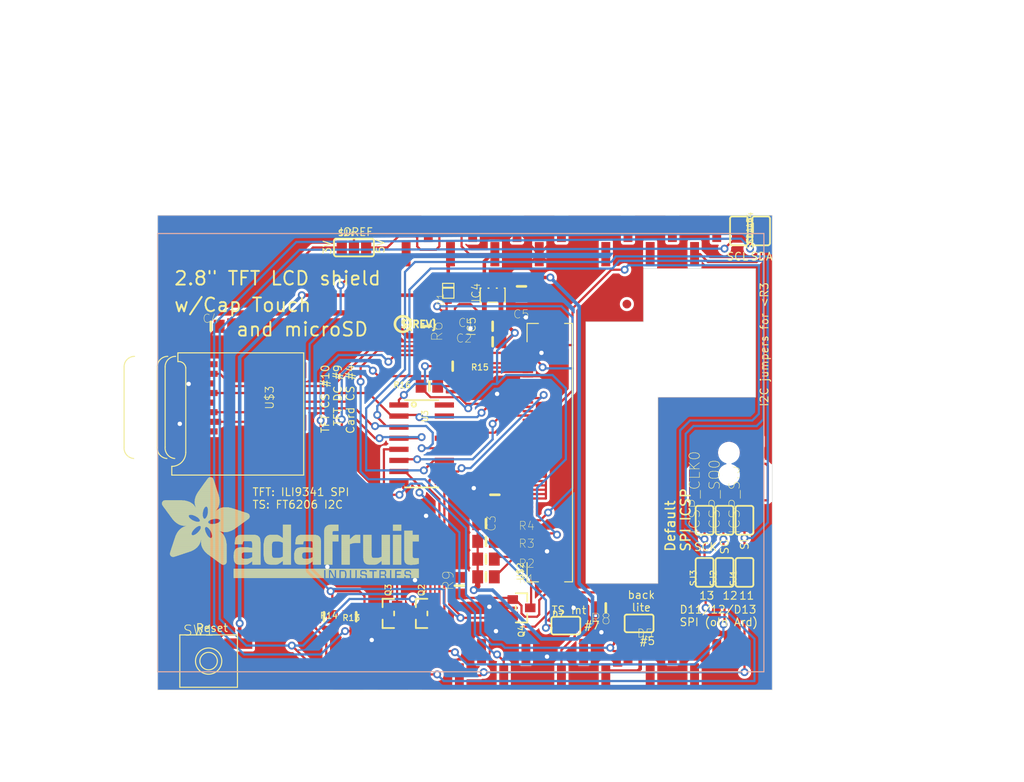
<source format=kicad_pcb>
(kicad_pcb (version 20221018) (generator pcbnew)
  (layers (0 "F.Cu" signal) (1 "In1.Cu" signal) (2 "In2.Cu" signal) (3 "In3.Cu" signal) (4 "In4.Cu" signal) (5 "In5.Cu" signal) (6 "In6.Cu" signal) (7 "In7.Cu" signal) (8 "In8.Cu" signal) (9 "In9.Cu" signal) (10 "In10.Cu" signal) (11 "In11.Cu" signal) (12 "In12.Cu" signal) (13 "In13.Cu" signal) (14 "In14.Cu" signal) (31 "B.Cu" signal) (34 "B.Paste" user) (35 "F.Paste" user) (36 "B.SilkS" user "B.Silkscreen") (37 "F.SilkS" user "F.Silkscreen") (38 "B.Mask" user) (39 "F.Mask" user) (44 "Edge.Cuts" user))
  (net 0 "")
  (net 1 "GND")
  (net 2 "3.3V")
  (net 3 "+5V")
  (net 4 "MISO")
  (net 5 "D5")
  (net 6 "CARDCS")
  (net 7 "CARD_CS_3V")
  (net 8 "VIN")
  (net 9 "3V")
  (net 10 "N$9")
  (net 11 "N$1")
  (net 12 "N$2")
  (net 13 "N$3")
  (net 14 "N$4")
  (net 15 "N$10")
  (net 16 "MOSI_3V")
  (net 17 "TFT_DC_3V")
  (net 18 "SCLK_3V")
  (net 19 "TFT_CS_3V")
  (net 20 "TFT_RST")
  (net 21 "~{RESET}")
  (net 22 "MOSI")
  (net 23 "TFT_DC")
  (net 24 "TFT_CS")
  (net 25 "SCLK")
  (net 26 "N$6")
  (net 27 "N$12")
  (net 28 "N$11")
  (net 29 "N$13")
  (net 30 "N$14")
  (net 31 "N$15")
  (net 32 "D7")
  (net 33 "SCL_3V")
  (net 34 "SDA_3V")
  (net 35 "TP_IRQ")
  (net 36 "SDA")
  (net 37 "SCL")
  (net 38 "N$17")
  (net 39 "N$18")
  (net 40 "BACKLITE")
  (net 41 "VCCIO")
  (footprint "working:SOLDERJUMPER_ARROW_NOPASTE" (layer "F.Cu") (at 180.5051 118.7196 90)
    (fp_text reference "SJ1")
    (fp_text value "")
  )
  (footprint "working:0805-NO" (layer "F.Cu") (at 151.6761 90.5256 180)
    (fp_text reference "C1")
    (fp_text value "10uF")
  )
  (footprint "working:ADAFRUIT_TEXT_30MM" (layer "F.Cu") (at 113.5761 119.3546)
    (fp_text reference "U$20" hide)
    (fp_text value "" hide)
  )
  (footprint "working:0805-NO" (layer "F.Cu") (at 150.9141 117.1956)
    (fp_text reference "R2")
    (fp_text value "68 ohm")
  )
  (footprint "working:SOT23-WIDE" (layer "F.Cu") (at 143.5481 123.4186 90)
    (fp_text reference "Q2")
    (fp_text value "BSS138")
  )
  (footprint "working:SOIC16" (layer "F.Cu") (at 143.5481 103.9876 -90)
    (fp_text reference "U3")
    (fp_text value "74HC4050")
  )
  (footprint "working:SOLDERJUMPER_CLOSEDWIRE" (layer "F.Cu") (at 178.2191 112.7506 90)
    (fp_text reference "ICSP_SO0")
    (fp_text value "")
  )
  (footprint "working:FIDUCIAL_1MM" (layer "F.Cu") (at 115.8621 80.8736)
    (fp_text reference "U$19" hide)
    (fp_text value "FIDUCIAL_1MM" hide)
  )
  (footprint "working:0805-NO" (layer "F.Cu") (at 119.4181 90.5256)
    (fp_text reference "C4")
    (fp_text value "10uF")
  )
  (footprint "working:0805-NO" (layer "F.Cu") (at 132.3721 123.7996)
    (fp_text reference "R13")
    (fp_text value "10K")
  )
  (footprint "working:SOLDERJUMPER_ARROW_NOPASTE" (layer "F.Cu") (at 160.0581 124.8156)
    (fp_text reference "D7")
    (fp_text value "")
  )
  (footprint "working:0805-NO" (layer "F.Cu") (at 150.9141 113.1316)
    (fp_text reference "R4")
    (fp_text value "68 ohm")
  )
  (footprint "working:SOT23-WIDE" (layer "F.Cu") (at 154.9781 122.7836 -90)
    (fp_text reference "Q4")
    (fp_text value "BSS138")
  )
  (footprint "working:SOT23-WIDE" (layer "F.Cu") (at 139.7381 123.4186 90)
    (fp_text reference "Q3")
    (fp_text value "BSS138")
  )
  (footprint "working:SOLDERJUMPER_ARROW_NOPASTE" (layer "F.Cu") (at 168.4401 124.5616 180)
    (fp_text reference "D5")
    (fp_text value "")
  )
  (footprint "working:0805-NO" (layer "F.Cu") (at 151.6761 92.3036 180)
    (fp_text reference "C2")
    (fp_text value "0.1uF")
  )
  (footprint "working:SOLDERJUMPER_CLOSEDWIRE" (layer "F.Cu") (at 175.9331 112.7506 90)
    (fp_text reference "ICSP_CLK0")
    (fp_text value "")
  )
  (footprint "working:0805-NO" (layer "F.Cu") (at 164.6301 122.7836 180)
    (fp_text reference "R8")
    (fp_text value "10K")
  )
  (footprint "working:0805-NO" (layer "F.Cu") (at 147.8661 120.2436 90)
    (fp_text reference "R9")
    (fp_text value "2.2K")
  )
  (footprint "working:SOT23" (layer "F.Cu") (at 147.3581 90.5256 180)
    (fp_text reference "IC5")
    (fp_text value "AXP803")
  )
  (footprint "working:FIDUCIAL_1MM" (layer "F.Cu") (at 119.1641 128.8796 180)
    (fp_text reference "U$11" hide)
    (fp_text value "FIDUCIAL_1MM" hide)
  )
  (footprint "working:0805-NO" (layer "F.Cu") (at 150.9141 119.2276)
    (fp_text reference "R1")
    (fp_text value "68")
  )
  (footprint "working:SOT23-5L" (layer "F.Cu") (at 151.6761 86.9696 180)
    (fp_text reference "IC4")
    (fp_text value "MIC5225-3.3")
  )
  (footprint "working:SOD-323F" (layer "F.Cu") (at 146.5961 86.4616 90)
    (fp_text reference "D1")
    (fp_text value "1N4148")
  )
  (footprint "working:SOLDERJUMPER_2WAY_OPEN_NOPASTE" (layer "F.Cu") (at 135.8011 81.5086)
    (fp_text reference "SJ4")
    (fp_text value "")
  )
  (footprint "working:SOLDERJUMPER_REFLOW_NOPASTE" (layer "F.Cu") (at 179.8701 79.6036 -90)
    (fp_text reference "SCL_A5")
    (fp_text value "" hide)
  )
  (footprint "working:PCBFEAT-REV-040" (layer "F.Cu") (at 141.3891 90.2716)
    (fp_text reference "U$7" hide)
    (fp_text value "" hide)
  )
  (footprint "working:0805-NO" (layer "F.Cu") (at 147.1041 95.0976)
    (fp_text reference "R15")
    (fp_text value "10K")
  )
  (footprint "working:SOLDERJUMPER_REFLOW_NOPASTE" (layer "F.Cu") (at 182.4101 79.6036 90)
    (fp_text reference "SDA_A4")
    (fp_text value "" hide)
  )
  (footprint "working:SOLDERJUMPER_ARROW_NOPASTE" (layer "F.Cu") (at 175.9331 118.7196 90)
    (fp_text reference "SJ3")
    (fp_text value "")
  )
  (footprint "working:EVQ-Q2" (layer "F.Cu") (at 119.1641 128.8796)
    (fp_text reference "SW1")
    (fp_text value "SPST_TACT-EVQQ2")
  )
  (footprint "working:0805-NO" (layer "F.Cu") (at 144.0561 90.5256 -90)
    (fp_text reference "R6")
    (fp_text value "10K")
  )
  (footprint "working:SOLDERJUMPER_CLOSEDWIRE" (layer "F.Cu") (at 180.5051 112.7506 90)
    (fp_text reference "ICSP_SI0")
    (fp_text value "")
  )
  (footprint "working:FIDUCIAL_1MM" (layer "F.Cu") (at 167.0431 87.9856 180)
    (fp_text reference "U$10" hide)
    (fp_text value "FIDUCIAL_1MM" hide)
  )
  (footprint "working:0805-NO" (layer "F.Cu") (at 151.9301 109.8296 -90)
    (fp_text reference "C3")
    (fp_text value "0.1uF")
  )
  (footprint "working:SOLDERJUMPER_ARROW_NOPASTE" (layer "F.Cu") (at 178.2191 118.7196 90)
    (fp_text reference "SJ2")
    (fp_text value "")
  )
  (footprint "working:0805-NO" (layer "F.Cu") (at 136.0551 123.7996 180)
    (fp_text reference "R14")
    (fp_text value "10K")
  )
  (footprint "working:0805-NO" (layer "F.Cu") (at 150.9141 115.1636)
    (fp_text reference "R3")
    (fp_text value "68 ohm")
  )
  (footprint "working:0805-NO" (layer "F.Cu") (at 144.4371 97.3836 180)
    (fp_text reference "R16")
    (fp_text value "10K")
  )
  (footprint "working:MICROSD" (layer "F.Cu") (at 130.0861 93.5736 -90)
    (fp_text reference "U$3")
    (fp_text value "MICROSD" hide)
  )
  (footprint "working:0805-NO" (layer "F.Cu") (at 154.9781 85.9536 -90)
    (fp_text reference "C5")
    (fp_text value "10uF")
  )
  (footprint "working:TFT_2.83IN_240X320_50PIN" (layer "B.Cu") (at 145.3261 105.0036 -90)
    (fp_text reference "U$2")
    (fp_text value "2.8\" TFT + CTP")
  )
  (footprint "working:ARDUINOR3_ICSP_SMT" (layer "B.Cu") (at 113.8301 78.3336)
    (fp_text reference "U$17" hide)
    (fp_text value "ARDUINO_R3_ICSPSMT" hide)
  )
  (gr_line (start 162.3441 90.0176) (end 162.3441 119.9896) (stroke (width 0.05)) (layer "Edge.Cuts"))
  (gr_line (start 183.6801 77.8256) (end 113.3221 77.8256) (stroke (width 0.05)) (layer "Edge.Cuts"))
  (gr_line (start 183.6801 132.1816) (end 183.6801 77.8256) (stroke (width 0.05)) (layer "Edge.Cuts"))
  (gr_line (start 162.3441 119.9896) (end 170.5991 119.9896) (stroke (width 0.05)) (layer "Edge.Cuts"))
  (gr_line (start 181.7751 83.9216) (end 168.9481 83.9216) (stroke (width 0.05)) (layer "Edge.Cuts"))
  (gr_line (start 113.3221 77.8256) (end 113.3221 132.1816) (stroke (width 0.05)) (layer "Edge.Cuts"))
  (gr_line (start 170.5991 98.6536) (end 181.7751 98.6536) (stroke (width 0.05)) (layer "Edge.Cuts"))
  (gr_line (start 168.9481 83.9216) (end 168.9481 90.0176) (stroke (width 0.05)) (layer "Edge.Cuts"))
  (gr_line (start 113.3221 132.1816) (end 183.6801 132.1816) (stroke (width 0.05)) (layer "Edge.Cuts"))
  (gr_line (start 168.9481 90.0176) (end 162.3441 90.0176) (stroke (width 0.05)) (layer "Edge.Cuts"))
  (gr_line (start 181.7751 98.6536) (end 181.7751 83.9216) (stroke (width 0.05)) (layer "Edge.Cuts"))
  (gr_line (start 170.5991 119.9896) (end 170.5991 98.6536) (stroke (width 0.05)) (layer "Edge.Cuts"))
  (gr_text "13" (at 176.1871 121.3866) (layer "F.SilkS") (effects (font (size 0.89408 0.89408) (thickness 0.12192))))
  (gr_text "and microSD" (at 122.2121 91.7956) (layer "F.SilkS") (effects (font (size 1.56464 1.56464) (thickness 0.21336)) (justify left bottom)))
  (gr_text "2.8\" TFT LCD shield" (at 115.1001 85.9536) (layer "F.SilkS") (effects (font (size 1.56464 1.56464) (thickness 0.21336)) (justify left bottom)))
  (gr_text "SDA" (at 183.8071 82.0166) (layer "F.SilkS") (effects (font (size 0.89408 0.89408) (thickness 0.12192)) (justify right top)))
  (gr_text "#5" (at 168.4401 127.1016) (layer "F.SilkS") (effects (font (size 0.89408 0.89408) (thickness 0.12192)) (justify left bottom)))
  (gr_text "SCL" (at 181.0131 82.0166) (layer "F.SilkS") (effects (font (size 0.89408 0.89408) (thickness 0.12192)) (justify right top)))
  (gr_text "TFT: ILI9341 SPI\nTS: FT6206 I2C" (at 124.1171 111.4806) (layer "F.SilkS") (effects (font (size 0.89408 0.89408) (thickness 0.12192)) (justify left bottom)))
  (gr_text "w/Cap Touch" (at 115.1001 89.0016) (layer "F.SilkS") (effects (font (size 1.56464 1.56464) (thickness 0.21336)) (justify left bottom)))
  (gr_text "Default\nSPI ICSP" (at 174.4091 116.4336 90) (layer "F.SilkS") (effects (font (size 1.0922 1.0922) (thickness 0.1778)) (justify left bottom)))
  (gr_text "11" (at 180.7591 121.3866) (layer "F.SilkS") (effects (font (size 0.89408 0.89408) (thickness 0.12192))))
  (gr_text "IOREF" (at 136.0551 79.7306) (layer "F.SilkS") (effects (font (size 0.89408 0.89408) (thickness 0.12192))))
  (gr_text "Reset" (at 121.4501 124.5616) (layer "F.SilkS") (effects (font (size 0.89408 0.89408) (thickness 0.12192)) (justify right top)))
  (gr_text "back\nlite" (at 168.6941 122.0216) (layer "F.SilkS") (effects (font (size 0.89408 0.89408) (thickness 0.12192))))
  (gr_text "12" (at 178.8541 121.3866) (layer "F.SilkS") (effects (font (size 0.89408 0.89408) (thickness 0.12192))))
  (gr_text "D11/12/D13\nSPI (old Ard)" (at 173.0121 124.9426) (layer "F.SilkS") (effects (font (size 0.89408 0.89408) (thickness 0.12192)) (justify left bottom)))
  (gr_text "5V" (at 138.8491 81.3816 90) (layer "F.SilkS") (effects (font (size 0.89408 0.89408) (thickness 0.12192))))
  (gr_text "I2C jumpers for <R3" (at 183.2991 99.7966 90) (layer "F.SilkS") (effects (font (size 0.89408 0.89408) (thickness 0.12192)) (justify left bottom)))
  (gr_text "SO" (at 177.7111 114.7826 90) (layer "F.SilkS") (effects (font (size 0.89408 0.89408) (thickness 0.12192)) (justify right top)))
  (gr_text "SI" (at 179.9971 114.7826 90) (layer "F.SilkS") (effects (font (size 0.89408 0.89408) (thickness 0.12192)) (justify right top)))
  (gr_text "TS int" (at 162.4711 122.5296) (layer "F.SilkS") (effects (font (size 0.89408 0.89408) (thickness 0.12192)) (justify right top)))
  (gr_text "TFT CS #10\nTFT DC #9\nCard CS #4" (at 131.9911 94.8436 90) (layer "F.SilkS") (effects (font (size 0.89408 0.89408) (thickness 0.12192)) (justify right top)))
  (gr_text "#7" (at 162.0901 125.3236) (layer "F.SilkS") (effects (font (size 0.89408 0.89408) (thickness 0.12192)) (justify left bottom)))
  (gr_text "3V" (at 132.7531 81.5086 90) (layer "F.SilkS") (effects (font (size 0.89408 0.89408) (thickness 0.12192))))
  (gr_text "SCK" (at 177.4571 115.2906) (layer "F.SilkS") (effects (font (size 0.89408 0.89408) (thickness 0.12192)) (justify right top)))
  (segment (start 155.7161 96.2536) (end 154.2031 96.2536) (width 0.254) (layer "F.Cu") (net 1))
  (segment (start 142.0241 109.0676) (end 142.0241 112.2426) (width 0.254) (layer "F.Cu") (net 1))
  (segment (start 155.7161 93.2536) (end 156.7561 93.2536) (width 0.254) (layer "F.Cu") (net 1))
  (segment (start 116.8781 97.0736) (end 116.8781 97.1296) (width 0.6096) (layer "F.Cu") (net 1))
  (segment (start 155.7161 93.7536) (end 157.1901 93.7536) (width 0.254) (layer "F.Cu") (net 1))
  (segment (start 153.9621 97.1296) (end 153.9621 97.6376) (width 0.254) (layer "F.Cu") (net 1))
  (segment (start 156.7561 93.2536) (end 156.7561 92.7536) (width 0.254) (layer "F.Cu") (net 1))
  (segment (start 154.2031 96.2536) (end 152.1841 98.2726) (width 0.254) (layer "F.Cu") (net 1))
  (segment (start 140.9481 108.4326) (end 141.3891 108.4326) (width 0.254) (layer "F.Cu") (net 1))
  (segment (start 155.7161 114.7536) (end 157.9281 114.7536) (width 0.254) (layer "F.Cu") (net 1))
  (segment (start 141.3891 108.4326) (end 142.0241 109.0676) (width 0.254) (layer "F.Cu") (net 1))
  (segment (start 157.9281 114.7536) (end 157.9281 116.2776) (width 0.254) (layer "F.Cu") (net 1))
  (segment (start 156.7561 92.7536) (end 155.7161 92.7536) (width 0.254) (layer "F.Cu") (net 1))
  (segment (start 157.9281 116.2776) (end 157.8991 116.3066) (width 0.254) (layer "F.Cu") (net 1))
  (segment (start 157.1901 93.7536) (end 158.2801 94.8436) (width 0.254) (layer "F.Cu") (net 1))
  (segment (start 150.4221 90.7796) (end 149.1361 90.7796) (width 0.6096) (layer "F.Cu") (net 1))
  (segment (start 154.5681 114.7536) (end 153.2001 113.3856) (width 0.254) (layer "F.Cu") (net 1))
  (segment (start 157.1501 96.2536) (end 157.2641 96.3676) (width 0.254) (layer "F.Cu") (net 1))
  (segment (start 153.2001 113.3856) (end 153.2001 110.7186) (width 0.254) (layer "F.Cu") (net 1))
  (segment (start 155.7161 96.2536) (end 157.1501 96.2536) (width 0.254) (layer "F.Cu") (net 1))
  (segment (start 158.2801 96.3676) (end 157.2641 96.3676) (width 0.254) (layer "F.Cu") (net 1))
  (segment (start 155.7161 114.7536) (end 154.5681 114.7536) (width 0.254) (layer "F.Cu") (net 1))
  (segment (start 142.0241 112.2426) (end 144.0561 112.2426) (width 0.254) (layer "F.Cu") (net 1))
  (segment (start 119.0461 97.0736) (end 116.8781 97.0736) (width 0.6096) (layer "F.Cu") (net 1))
  (segment (start 150.7261 90.5256) (end 150.4221 90.7796) (width 0.6096) (layer "F.Cu") (net 1))
  (segment (start 158.2801 94.8436) (end 158.2801 96.3676) (width 0.254) (layer "F.Cu") (net 1))
  (segment (start 153.1391 110.7796) (end 151.9301 110.7796) (width 0.254) (layer "F.Cu") (net 1))
  (segment (start 153.2001 110.7186) (end 153.1391 110.7796) (width 0.254) (layer "F.Cu") (net 1))
  (via (at 155.4861 89.5096) (size 0.9064) (drill 0.5) (layers "F.Cu" "B.Cu") (net 1))
  (via (at 151.2951 122.6566) (size 0.9064) (drill 0.5) (layers "F.Cu" "B.Cu") (net 1))
  (via (at 142.7861 119.6086) (size 0.9064) (drill 0.5) (layers "F.Cu" "B.Cu") (net 1))
  (via (at 115.8621 101.7016) (size 0.9064) (drill 0.5) (layers "F.Cu" "B.Cu") (net 1))
  (via (at 144.0561 112.2426) (size 0.9064) (drill 0.5) (layers "F.Cu" "B.Cu") (net 1))
  (via (at 149.5171 109.0676) (size 0.9064) (drill 0.5) (layers "F.Cu" "B.Cu") (net 1))
  (via (at 157.2641 93.5736) (size 0.9064) (drill 0.5) (layers "F.Cu" "B.Cu") (net 1))
  (via (at 152.1841 98.2726) (size 0.9064) (drill 0.5) (layers "F.Cu" "B.Cu") (net 1))
  (via (at 132.7531 118.0846) (size 0.9064) (drill 0.5) (layers "F.Cu" "B.Cu") (net 1))
  (via (at 157.8991 128.3716) (size 0.9064) (drill 0.5) (layers "F.Cu" "B.Cu") (net 1))
  (via (at 149.1361 90.7796) (size 0.9064) (drill 0.5) (layers "F.Cu" "B.Cu") (net 1))
  (via (at 164.1221 125.5776) (size 0.9064) (drill 0.5) (layers "F.Cu" "B.Cu") (net 1))
  (via (at 157.8991 116.3066) (size 0.9064) (drill 0.5) (layers "F.Cu" "B.Cu") (net 1))
  (via (at 160.9471 122.7836) (size 0.9064) (drill 0.5) (layers "F.Cu" "B.Cu") (net 1))
  (via (at 116.8781 97.1296) (size 0.9064) (drill 0.5) (layers "F.Cu" "B.Cu") (net 1))
  (via (at 152.0571 125.4506) (size 0.9064) (drill 0.5) (layers "F.Cu" "B.Cu") (net 1))
  (via (at 137.8331 126.4666) (size 0.9064) (drill 0.5) (layers "F.Cu" "B.Cu") (net 1))
  (segment (start 115.8621 97.1296) (end 115.8621 101.7016) (width 0.6096) (layer "B.Cu") (net 1))
  (segment (start 157.2641 93.5736) (end 157.2641 91.2876) (width 0.254) (layer "B.Cu") (net 1))
  (segment (start 157.2641 91.2876) (end 155.4861 89.5096) (width 0.254) (layer "B.Cu") (net 1))
  (segment (start 149.1361 90.7796) (end 150.4061 89.5096) (width 0.6096) (layer "B.Cu") (net 1))
  (segment (start 150.4061 89.5096) (end 155.4861 89.5096) (width 0.6096) (layer "B.Cu") (net 1))
  (segment (start 116.8781 97.1296) (end 115.8621 97.1296) (width 0.6096) (layer "B.Cu") (net 1))
  (segment (start 144.5641 98.6536) (end 143.4871 97.5766) (width 0.254) (layer "F.Cu") (net 2))
  (segment (start 154.8541 97.2536) (end 155.7161 97.2536) (width 0.254) (layer "F.Cu") (net 2))
  (segment (start 139.2961 89.0016) (end 127.4191 89.0016) (width 0.6096) (layer "F.Cu") (net 2))
  (segment (start 143.4871 97.5766) (end 143.4871 97.3836) (width 0.254) (layer "F.Cu") (net 2))
  (segment (start 154.9701 114.2536) (end 154.4701 113.7536) (width 0.254) (layer "F.Cu") (net 2))
  (segment (start 155.7161 96.7536) (end 156.8881 96.7536) (width 0.254) (layer "F.Cu") (net 2))
  (segment (start 144.0561 91.4756) (end 144.0561 91.6256) (width 0.4064) (layer "F.Cu") (net 2))
  (segment (start 145.5801 110.3376) (end 144.4371 109.1946) (width 0.254) (layer "F.Cu") (net 2))
  (segment (start 140.7381 124.3686) (end 144.5481 124.3686) (width 0.254) (layer "F.Cu") (net 2))
  (segment (start 134.4041 81.5086) (end 131.1021 81.5086) (width 0.254) (layer "F.Cu") (net 2))
  (segment (start 145.0111 124.3686) (end 145.5801 123.7996) (width 0.254) (layer "F.Cu") (net 2))
  (segment (start 153.9621 112.8776) (end 153.9621 110.0836) (width 0.254) (layer "F.Cu") (net 2))
  (segment (start 150.8981 107.7976) (end 151.9301 108.8796) (width 0.254) (layer "F.Cu") (net 2))
  (segment (start 155.7161 114.2536) (end 158.8941 114.2536) (width 0.254) (layer "F.Cu") (net 2))
  (segment (start 119.0461 99.2736) (end 116.7361 99.2736) (width 0.254) (layer "F.Cu") (net 2))
  (segment (start 157.0101 97.2566) (end 157.0101 97.6376) (width 0.254) (layer "F.Cu") (net 2))
  (segment (start 145.5801 123.7996) (end 145.5801 110.3376) (width 0.254) (layer "F.Cu") (net 2))
  (segment (start 144.8181 107.7976) (end 150.8981 107.7976) (width 0.254) (layer "F.Cu") (net 2))
  (segment (start 152.6761 88.5736) (end 152.6761 89.2556) (width 0.4064) (layer "F.Cu") (net 2))
  (segment (start 156.8831 97.7646) (end 155.7271 97.7646) (width 0.254) (layer "F.Cu") (net 2))
  (segment (start 152.4381 108.5596) (end 152.2001 108.5596) (width 0.254) (layer "F.Cu") (net 2))
  (segment (start 148.6401 99.4156) (end 148.8821 99.4156) (width 0.254) (layer "F.Cu") (net 2))
  (segment (start 139.2961 89.0016) (end 141.9201 91.6256) (width 0.6096) (layer "F.Cu") (net 2))
  (segment (start 144.0561 91.6256) (end 143.8021 91.6256) (width 0.4064) (layer "F.Cu") (net 2))
  (segment (start 154.3381 113.2536) (end 153.9621 112.8776) (width 0.254) (layer "F.Cu") (net 2))
  (segment (start 147.3581 91.6256) (end 147.3581 88.4936) (width 0.254) (layer "F.Cu") (net 2))
  (segment (start 147.8781 98.6536) (end 144.5641 98.6536) (width 0.254) (layer "F.Cu") (net 2))
  (segment (start 141.9201 91.6256) (end 143.8021 91.6256) (width 0.6096) (layer "F.Cu") (net 2))
  (segment (start 118.4021 89.0016) (end 118.4021 90.5096) (width 0.6096) (layer "F.Cu") (net 2))
  (segment (start 144.4371 108.1786) (end 144.8181 107.7976) (width 0.254) (layer "F.Cu") (net 2))
  (segment (start 118.4021 90.5096) (end 118.4681 90.5256) (width 0.6096) (layer "F.Cu") (net 2))
  (segment (start 154.4701 97.8916) (end 152.9461 99.4156) (width 0.254) (layer "F.Cu") (net 2))
  (segment (start 127.4191 85.1916) (end 127.4191 89.0016) (width 0.254) (layer "F.Cu") (net 2))
  (segment (start 155.7161 114.2536) (end 154.9701 114.2536) (width 0.254) (layer "F.Cu") (net 2))
  (segment (start 152.2001 108.5596) (end 151.9301 108.8796) (width 0.254) (layer "F.Cu") (net 2))
  (segment (start 149.8981 89.2556) (end 152.6761 89.2556) (width 0.254) (layer "F.Cu") (net 2))
  (segment (start 156.8881 96.7536) (end 157.0101 96.8756) (width 0.254) (layer "F.Cu") (net 2))
  (segment (start 149.8981 88.7476) (end 149.8981 89.2556) (width 0.254) (layer "F.Cu") (net 2))
  (segment (start 146.1541 95.0976) (end 143.9291 95.0976) (width 0.254) (layer "F.Cu") (net 2))
  (segment (start 157.0071 97.2536) (end 157.0101 97.2566) (width 0.254) (layer "F.Cu") (net 2))
  (segment (start 154.8541 97.2536) (end 154.4701 97.6376) (width 0.254) (layer "F.Cu") (net 2))
  (segment (start 147.3581 88.4936) (end 147.8661 87.9856) (width 0.254) (layer "F.Cu") (net 2))
  (segment (start 152.9461 99.4156) (end 148.8821 99.4156) (width 0.254) (layer "F.Cu") (net 2))
  (segment (start 154.4701 97.6376) (end 154.4701 97.8916) (width 0.254) (layer "F.Cu") (net 2))
  (segment (start 152.6261 90.5256) (end 153.4541 90.5256) (width 0.4064) (layer "F.Cu") (net 2))
  (segment (start 157.0101 96.8756) (end 157.0101 97.2566) (width 0.254) (layer "F.Cu") (net 2))
  (segment (start 157.0101 97.6376) (end 156.8831 97.7646) (width 0.254) (layer "F.Cu") (net 2))
  (segment (start 115.1001 91.7956) (end 116.3701 90.5256) (width 0.254) (layer "F.Cu") (net 2))
  (segment (start 152.6761 88.3196) (end 152.6761 88.5736) (width 0.254) (layer "F.Cu") (net 2))
  (segment (start 153.2001 92.3036) (end 154.2161 91.2876) (width 0.4064) (layer "F.Cu") (net 2))
  (segment (start 152.6261 92.3036) (end 153.2001 92.3036) (width 0.4064) (layer "F.Cu") (net 2))
  (segment (start 149.1361 87.9856) (end 149.8981 88.7476) (width 0.254) (layer "F.Cu") (net 2))
  (segment (start 131.1021 81.5086) (end 127.4191 85.1916) (width 0.254) (layer "F.Cu") (net 2))
  (segment (start 144.5641 91.6256) (end 147.3581 91.6256) (width 0.254) (layer "F.Cu") (net 2))
  (segment (start 143.8021 91.6256) (end 144.5641 91.6256) (width 0.6096) (layer "F.Cu") (net 2))
  (segment (start 115.1001 97.6376) (end 115.1001 91.7956) (width 0.254) (layer "F.Cu") (net 2))
  (segment (start 154.3381 113.7536) (end 154.3381 113.2536) (width 0.254) (layer "F.Cu") (net 2))
  (segment (start 155.7271 97.7646) (end 155.7161 97.7536) (width 0.254) (layer "F.Cu") (net 2))
  (segment (start 127.4191 89.0016) (end 118.4021 89.0016) (width 0.6096) (layer "F.Cu") (net 2))
  (segment (start 153.9621 110.0836) (end 152.4381 108.5596) (width 0.254) (layer "F.Cu") (net 2))
  (segment (start 155.7161 97.2536) (end 157.0071 97.2536) (width 0.254) (layer "F.Cu") (net 2))
  (segment (start 144.5481 124.3686) (end 145.0111 124.3686) (width 0.254) (layer "F.Cu") (net 2))
  (segment (start 155.7161 113.7536) (end 154.4701 113.7536) (width 0.254) (layer "F.Cu") (net 2))
  (segment (start 155.7161 113.2536) (end 154.3381 113.2536) (width 0.254) (layer "F.Cu") (net 2))
  (segment (start 116.7361 99.2736) (end 115.1001 97.6376) (width 0.254) (layer "F.Cu") (net 2))
  (segment (start 152.6761 89.2556) (end 152.6261 90.5256) (width 0.4064) (layer "F.Cu") (net 2))
  (segment (start 116.3701 90.5256) (end 118.4681 90.5256) (width 0.254) (layer "F.Cu") (net 2))
  (segment (start 144.4371 109.1946) (end 144.4371 108.1786) (width 0.254) (layer "F.Cu") (net 2))
  (segment (start 140.9481 99.5426) (end 140.9481 98.9676) (width 0.254) (layer "F.Cu") (net 2))
  (segment (start 158.8941 114.2536) (end 159.0421 114.4016) (width 0.254) (layer "F.Cu") (net 2))
  (segment (start 148.8821 99.9236) (end 148.8821 99.4156) (width 0.254) (layer "F.Cu") (net 2))
  (segment (start 147.8661 87.9856) (end 149.1361 87.9856) (width 0.254) (layer "F.Cu") (net 2))
  (segment (start 152.6261 88.2696) (end 152.6761 88.3196) (width 0.254) (layer "F.Cu") (net 2))
  (segment (start 148.6401 99.4156) (end 147.8781 98.6536) (width 0.254) (layer "F.Cu") (net 2))
  (segment (start 154.4701 113.7536) (end 154.3381 113.7536) (width 0.254) (layer "F.Cu") (net 2))
  (segment (start 140.9481 98.9676) (end 141.5161 98.3996) (width 0.254) (layer "F.Cu") (net 2))
  (segment (start 153.4541 90.5256) (end 154.2161 91.2876) (width 0.4064) (layer "F.Cu") (net 2))
  (via (at 154.2161 91.2876) (size 0.9064) (drill 0.5) (layers "F.Cu" "B.Cu") (net 2))
  (via (at 159.0421 114.4016) (size 0.9064) (drill 0.5) (layers "F.Cu" "B.Cu") (net 2))
  (via (at 141.5161 98.3996) (size 0.9064) (drill 0.5) (layers "F.Cu" "B.Cu") (net 2))
  (via (at 148.8821 99.9236) (size 0.9064) (drill 0.5) (layers "F.Cu" "B.Cu") (net 2))
  (via (at 143.9291 95.0976) (size 0.9064) (drill 0.5) (layers "F.Cu" "B.Cu") (net 2))
  (segment (start 151.6761 97.1296) (end 148.8821 99.9236) (width 0.254) (layer "B.Cu") (net 2))
  (segment (start 160.0581 97.6376) (end 158.5341 96.1136) (width 0.254) (layer "B.Cu") (net 2))
  (segment (start 158.5341 96.1136) (end 153.2001 96.1136) (width 0.254) (layer "B.Cu") (net 2))
  (segment (start 152.1841 97.1296) (end 151.6761 97.1296) (width 0.254) (layer "B.Cu") (net 2))
  (segment (start 159.0421 114.4016) (end 156.7561 112.1156) (width 0.254) (layer "B.Cu") (net 2))
  (segment (start 143.9291 95.0976) (end 143.9291 97.1296) (width 0.254) (layer "B.Cu") (net 2))
  (segment (start 152.1841 93.3196) (end 152.1841 97.1296) (width 0.254) (layer "B.Cu") (net 2))
  (segment (start 160.0581 105.7656) (end 160.0581 97.6376) (width 0.254) (layer "B.Cu") (net 2))
  (segment (start 148.6281 99.9236) (end 148.8821 99.9236) (width 0.254) (layer "B.Cu") (net 2))
  (segment (start 153.2001 96.1136) (end 152.1841 97.1296) (width 0.254) (layer "B.Cu") (net 2))
  (segment (start 154.2161 91.2876) (end 152.1841 93.3196) (width 0.254) (layer "B.Cu") (net 2))
  (segment (start 142.7861 97.1296) (end 143.9291 97.1296) (width 0.254) (layer "B.Cu") (net 2))
  (segment (start 145.8341 97.1296) (end 148.6281 99.9236) (width 0.254) (layer "B.Cu") (net 2))
  (segment (start 156.7561 112.1156) (end 156.7561 109.0676) (width 0.254) (layer "B.Cu") (net 2))
  (segment (start 156.7561 109.0676) (end 160.0581 105.7656) (width 0.254) (layer "B.Cu") (net 2))
  (segment (start 141.5161 98.3996) (end 142.7861 97.1296) (width 0.254) (layer "B.Cu") (net 2))
  (segment (start 143.9291 97.1296) (end 145.8341 97.1296) (width 0.254) (layer "B.Cu") (net 2))
  (segment (start 154.9781 85.0036) (end 153.3421 84.9536) (width 0.4064) (layer "F.Cu") (net 3))
  (segment (start 148.1201 80.2386) (end 148.1201 81.3816) (width 0.254) (layer "F.Cu") (net 3))
  (segment (start 148.1201 81.3816) (end 149.0091 82.2706) (width 0.254) (layer "F.Cu") (net 3))
  (segment (start 149.0091 82.2706) (end 151.9301 82.2706) (width 0.254) (layer "F.Cu") (net 3))
  (segment (start 152.1841 86.9696) (end 152.6261 86.5276) (width 0.4064) (layer "F.Cu") (net 3))
  (segment (start 143.0401 80.3656) (end 143.0401 81.3816) (width 0.254) (layer "F.Cu") (net 3))
  (segment (start 140.8811 80.2386) (end 142.9131 80.2386) (width 0.254) (layer "F.Cu") (net 3))
  (segment (start 149.9641 120.3046) (end 149.9641 119.2276) (width 0.6096) (layer "F.Cu") (net 3))
  (segment (start 147.8661 79.9846) (end 148.1201 80.2386) (width 0.254) (layer "F.Cu") (net 3))
  (segment (start 154.9941 84.9376) (end 154.9781 85.0036) (width 0.4064) (layer "F.Cu") (net 3))
  (segment (start 137.1981 81.5086) (end 139.6111 81.5086) (width 0.254) (layer "F.Cu") (net 3))
  (segment (start 145.8341 79.9846) (end 147.8661 79.9846) (width 0.254) (layer "F.Cu") (net 3))
  (segment (start 151.9301 81.8896) (end 151.9301 82.2706) (width 0.4064) (layer "F.Cu") (net 3))
  (segment (start 145.5801 80.2386) (end 145.8341 79.9846) (width 0.254) (layer "F.Cu") (net 3))
  (segment (start 149.9641 115.1636) (end 149.9641 113.1316) (width 0.254) (layer "F.Cu") (net 3))
  (segment (start 158.2801 84.9376) (end 154.9941 84.9376) (width 0.4064) (layer "F.Cu") (net 3))
  (segment (start 150.7261 83.0936) (end 151.9301 81.8896) (width 0.4064) (layer "F.Cu") (net 3))
  (segment (start 150.7261 86.9696) (end 152.1841 86.9696) (width 0.4064) (layer "F.Cu") (net 3))
  (segment (start 143.4211 81.7626) (end 145.1991 81.7626) (width 0.254) (layer "F.Cu") (net 3))
  (segment (start 145.5801 81.3816) (end 145.5801 80.2386) (width 0.254) (layer "F.Cu") (net 3))
  (segment (start 145.1991 81.7626) (end 145.5801 81.3816) (width 0.254) (layer "F.Cu") (net 3))
  (segment (start 149.9641 119.2276) (end 149.9641 117.1956) (width 0.254) (layer "F.Cu") (net 3))
  (segment (start 150.7261 86.9696) (end 150.7261 85.6696) (width 0.4064) (layer "F.Cu") (net 3))
  (segment (start 152.6261 86.5276) (end 152.6261 85.6696) (width 0.4064) (layer "F.Cu") (net 3))
  (segment (start 142.9131 80.2386) (end 143.0401 80.3656) (width 0.254) (layer "F.Cu") (net 3))
  (segment (start 150.7261 85.6696) (end 150.7261 83.0936) (width 0.4064) (layer "F.Cu") (net 3))
  (segment (start 143.0401 81.3816) (end 143.4211 81.7626) (width 0.254) (layer "F.Cu") (net 3))
  (segment (start 139.6111 81.5086) (end 140.8811 80.2386) (width 0.254) (layer "F.Cu") (net 3))
  (segment (start 153.3421 84.9536) (end 152.6261 85.6696) (width 0.4064) (layer "F.Cu") (net 3))
  (segment (start 149.9641 117.1956) (end 149.9641 115.1636) (width 0.254) (layer "F.Cu") (net 3))
  (segment (start 149.5171 120.7516) (end 149.9641 120.3046) (width 0.6096) (layer "F.Cu") (net 3))
  (via (at 158.2801 84.9376) (size 0.9064) (drill 0.5) (layers "F.Cu" "B.Cu") (net 3))
  (via (at 149.5171 120.7516) (size 0.9064) (drill 0.5) (layers "F.Cu" "B.Cu") (net 3))
  (segment (start 157.2641 126.3396) (end 161.3281 126.3396) (width 0.4064) (layer "B.Cu") (net 3))
  (segment (start 151.6761 120.7516) (end 157.2641 126.3396) (width 0.4064) (layer "B.Cu") (net 3))
  (segment (start 163.1061 124.5616) (end 161.3281 126.3396) (width 0.4064) (layer "B.Cu") (net 3))
  (segment (start 149.5171 120.7516) (end 151.6761 120.7516) (width 0.4064) (layer "B.Cu") (net 3))
  (segment (start 161.5821 88.2396) (end 161.5821 119.9896) (width 0.4064) (layer "B.Cu") (net 3))
  (segment (start 161.5821 88.2396) (end 158.2801 84.9376) (width 0.4064) (layer "B.Cu") (net 3))
  (segment (start 163.1061 121.5136) (end 163.1061 124.5616) (width 0.4064) (layer "B.Cu") (net 3))
  (segment (start 161.5821 119.9896) (end 163.1061 121.5136) (width 0.4064) (layer "B.Cu") (net 3))
  (segment (start 156.7561 92.0496) (end 154.9781 92.0496) (width 0.254) (layer "F.Cu") (net 4))
  (segment (start 178.0921 114.9096) (end 178.0921 113.6396) (width 0.254) (layer "F.Cu") (net 4))
  (segment (start 137.9601 92.8116) (end 133.3881 97.3836) (width 0.254) (layer "F.Cu") (net 4))
  (segment (start 121.8721 97.3836) (end 133.3881 97.3836) (width 0.254) (layer "F.Cu") (net 4))
  (segment (start 120.4621 95.9736) (end 119.4461 95.9736) (width 0.254) (layer "F.Cu") (net 4))
  (segment (start 160.8201 88.4936) (end 160.8201 92.6846) (width 0.254) (layer "F.Cu") (net 4))
  (segment (start 121.8721 97.3836) (end 120.4621 95.9736) (width 0.254) (layer "F.Cu") (net 4))
  (segment (start 160.8201 92.6846) (end 160.8201 97.8916) (width 0.254) (layer "F.Cu") (net 4))
  (segment (start 178.0921 113.6396) (end 178.2191 113.5126) (width 0.254) (layer "F.Cu") (net 4))
  (segment (start 156.7561 92.0496) (end 157.3911 92.6846) (width 0.254) (layer "F.Cu") (net 4))
  (segment (start 178.0921 114.9096) (end 178.0921 117.8306) (width 0.254) (layer "F.Cu") (net 4))
  (segment (start 165.2651 84.0486) (end 166.7891 84.0486) (width 0.254) (layer "F.Cu") (net 4))
  (segment (start 155.7161 101.2536) (end 157.4581 101.2536) (width 0.254) (layer "F.Cu") (net 4))
  (segment (start 153.4541 93.5736) (end 149.8981 93.5736) (width 0.254) (layer "F.Cu") (net 4))
  (segment (start 154.9781 92.0496) (end 153.4541 93.5736) (width 0.254) (layer "F.Cu") (net 4))
  (segment (start 149.8981 93.5736) (end 149.1361 92.8116) (width 0.254) (layer "F.Cu") (net 4))
  (segment (start 178.0921 117.8306) (end 178.2191 117.7036) (width 0.254) (layer "F.Cu") (net 4))
  (segment (start 157.3911 92.6846) (end 160.8201 92.6846) (width 0.254) (layer "F.Cu") (net 4))
  (segment (start 160.8201 88.4936) (end 165.2651 84.0486) (width 0.254) (layer "F.Cu") (net 4))
  (segment (start 160.8201 97.8916) (end 157.4581 101.2536) (width 0.254) (layer "F.Cu") (net 4))
  (segment (start 149.1361 92.8116) (end 137.9601 92.8116) (width 0.254) (layer "F.Cu") (net 4))
  (via (at 166.7891 84.0486) (size 0.9064) (drill 0.5) (layers "F.Cu" "B.Cu") (net 4))
  (via (at 178.0921 114.9096) (size 0.9064) (drill 0.5) (layers "F.Cu" "B.Cu") (net 4))
  (segment (start 166.7891 84.0486) (end 167.1701 83.5406) (width 0.254) (layer "B.Cu") (net 4))
  (segment (start 176.5681 116.4336) (end 178.0921 114.9096) (width 0.254) (layer "B.Cu") (net 4))
  (segment (start 174.2821 101.3206) (end 173.1391 102.4636) (width 0.254) (layer "B.Cu") (net 4))
  (segment (start 173.1391 114.0206) (end 175.5521 116.4336) (width 0.254) (layer "B.Cu") (net 4))
  (segment (start 181.3941 101.3206) (end 174.2821 101.3206) (width 0.254) (layer "B.Cu") (net 4))
  (segment (start 173.1391 102.4636) (end 173.1391 114.0206) (width 0.254) (layer "B.Cu") (net 4))
  (segment (start 182.1561 83.5406) (end 182.1561 100.5586) (width 0.254) (layer "B.Cu") (net 4))
  (segment (start 175.5521 116.4336) (end 176.5681 116.4336) (width 0.254) (layer "B.Cu") (net 4))
  (segment (start 182.1561 100.5586) (end 181.3941 101.3206) (width 0.254) (layer "B.Cu") (net 4))
  (segment (start 167.1701 83.5406) (end 182.1561 83.5406) (width 0.254) (layer "B.Cu") (net 4))
  (segment (start 164.6301 130.0226) (end 164.6301 130.5306) (width 0.4064) (layer "F.Cu") (net 5))
  (segment (start 168.5671 129.7686) (end 168.3131 130.0226) (width 0.4064) (layer "F.Cu") (net 5))
  (segment (start 169.4561 127.4826) (end 168.5671 128.3716) (width 0.4064) (layer "F.Cu") (net 5))
  (segment (start 168.3131 130.0226) (end 164.6301 130.0226) (width 0.4064) (layer "F.Cu") (net 5))
  (segment (start 168.5671 128.3716) (end 168.5671 129.7686) (width 0.4064) (layer "F.Cu") (net 5))
  (segment (start 169.4561 127.4826) (end 169.4561 124.5616) (width 0.4064) (layer "F.Cu") (net 5))
  (segment (start 140.9481 104.6226) (end 139.2301 104.6226) (width 0.254) (layer "F.Cu") (net 6))
  (segment (start 165.5801 122.7836) (end 165.5801 126.9136) (width 0.254) (layer "F.Cu") (net 6))
  (segment (start 165.5191 127.7366) (end 165.1381 127.3556) (width 0.254) (layer "F.Cu") (net 6))
  (segment (start 139.2301 109.0676) (end 139.9921 109.8296) (width 0.254) (layer "F.Cu") (net 6))
  (segment (start 139.9921 109.8296) (end 141.0081 109.8296) (width 0.254) (layer "F.Cu") (net 6))
  (segment (start 167.1701 127.7366) (end 165.5191 127.7366) (width 0.254) (layer "F.Cu") (net 6))
  (segment (start 139.2301 104.6226) (end 139.2301 109.0676) (width 0.254) (layer "F.Cu") (net 6))
  (segment (start 165.5801 126.9136) (end 165.1381 127.3556) (width 0.254) (layer "F.Cu") (net 6))
  (via (at 141.0081 109.8296) (size 0.9064) (drill 0.5) (layers "F.Cu" "B.Cu") (net 6))
  (via (at 165.1381 127.3556) (size 0.9064) (drill 0.5) (layers "F.Cu" "B.Cu") (net 6))
  (segment (start 148.6281 121.2596) (end 150.2791 122.9106) (width 0.254) (layer "B.Cu") (net 6))
  (segment (start 153.0731 127.3556) (end 165.1381 127.3556) (width 0.254) (layer "B.Cu") (net 6))
  (segment (start 143.5481 108.5596) (end 148.6281 113.6396) (width 0.254) (layer "B.Cu") (net 6))
  (segment (start 152.6921 126.9746) (end 153.0731 127.3556) (width 0.254) (layer "B.Cu") (net 6))
  (segment (start 151.5491 126.9746) (end 152.6921 126.9746) (width 0.254) (layer "B.Cu") (net 6))
  (segment (start 150.2791 122.9106) (end 150.2791 125.7046) (width 0.254) (layer "B.Cu") (net 6))
  (segment (start 142.2781 108.5596) (end 143.5481 108.5596) (width 0.254) (layer "B.Cu") (net 6))
  (segment (start 148.6281 113.6396) (end 148.6281 121.2596) (width 0.254) (layer "B.Cu") (net 6))
  (segment (start 150.2791 125.7046) (end 151.5491 126.9746) (width 0.254) (layer "B.Cu") (net 6))
  (segment (start 141.0081 109.8296) (end 142.2781 108.5596) (width 0.254) (layer "B.Cu") (net 6))
  (segment (start 143.5481 103.2256) (end 143.4211 103.3526) (width 0.254) (layer "F.Cu") (net 7))
  (segment (start 138.2141 103.3526) (end 138.7221 103.3526) (width 0.254) (layer "F.Cu") (net 7))
  (segment (start 119.8461 101.4736) (end 126.2501 101.4736) (width 0.254) (layer "F.Cu") (net 7))
  (segment (start 134.7851 99.9236) (end 138.2141 103.3526) (width 0.254) (layer "F.Cu") (net 7))
  (segment (start 127.8001 99.9236) (end 134.7851 99.9236) (width 0.254) (layer "F.Cu") (net 7))
  (segment (start 143.4211 103.3526) (end 140.9481 103.3526) (width 0.254) (layer "F.Cu") (net 7))
  (segment (start 126.2501 101.4736) (end 127.8001 99.9236) (width 0.254) (layer "F.Cu") (net 7))
  (via (at 138.7221 103.3526) (size 0.9064) (drill 0.5) (layers "F.Cu" "B.Cu") (net 7))
  (via (at 143.5481 103.2256) (size 0.9064) (drill 0.5) (layers "F.Cu" "B.Cu") (net 7))
  (segment (start 138.7221 103.3526) (end 138.8491 103.2256) (width 0.254) (layer "B.Cu") (net 7))
  (segment (start 138.8491 103.2256) (end 143.5481 103.2256) (width 0.254) (layer "B.Cu") (net 7))
  (segment (start 155.7161 103.2536) (end 157.7721 103.2536) (width 0.254) (layer "F.Cu") (net 10))
  (segment (start 157.7721 104.7536) (end 157.7721 104.2536) (width 0.254) (layer "F.Cu") (net 10))
  (segment (start 157.7721 103.2536) (end 157.7721 102.7536) (width 0.254) (layer "F.Cu") (net 10))
  (segment (start 157.7721 105.2536) (end 157.7721 104.7536) (width 0.254) (layer "F.Cu") (net 10))
  (segment (start 157.7721 110.2536) (end 157.7721 109.7536) (width 0.254) (layer "F.Cu") (net 10))
  (segment (start 155.7161 108.2536) (end 157.7721 108.2536) (width 0.254) (layer "F.Cu") (net 10))
  (segment (start 155.7161 106.7536) (end 157.7721 106.7536) (width 0.254) (layer "F.Cu") (net 10))
  (segment (start 155.7161 109.7536) (end 157.7721 109.7536) (width 0.254) (layer "F.Cu") (net 10))
  (segment (start 157.7721 107.2536) (end 157.7721 107.7536) (width 0.254) (layer "F.Cu") (net 10))
  (segment (start 157.7721 103.7536) (end 157.7721 103.2536) (width 0.254) (layer "F.Cu") (net 10))
  (segment (start 157.7721 106.2536) (end 157.7721 105.7536) (width 0.254) (layer "F.Cu") (net 10))
  (segment (start 155.7161 104.7536) (end 157.7721 104.7536) (width 0.254) (layer "F.Cu") (net 10))
  (segment (start 155.7161 110.2536) (end 157.7721 110.2536) (width 0.254) (layer "F.Cu") (net 10))
  (segment (start 157.7721 106.7536) (end 157.7721 106.2536) (width 0.254) (layer "F.Cu") (net 10))
  (segment (start 155.7161 107.2536) (end 157.7721 107.2536) (width 0.254) (layer "F.Cu") (net 10))
  (segment (start 157.7721 108.2536) (end 157.7721 107.7536) (width 0.254) (layer "F.Cu") (net 10))
  (segment (start 155.7161 105.2536) (end 157.7721 105.2536) (width 0.254) (layer "F.Cu") (net 10))
  (segment (start 155.7161 102.7536) (end 157.7721 102.7536) (width 0.254) (layer "F.Cu") (net 10))
  (segment (start 157.7721 109.2536) (end 157.7721 108.7536) (width 0.254) (layer "F.Cu") (net 10))
  (segment (start 155.7161 108.7536) (end 157.7721 108.7536) (width 0.254) (layer "F.Cu") (net 10))
  (segment (start 155.7161 106.2536) (end 157.7721 106.2536) (width 0.254) (layer "F.Cu") (net 10))
  (segment (start 155.7161 104.2536) (end 157.7721 104.2536) (width 0.254) (layer "F.Cu") (net 10))
  (segment (start 157.7721 105.7536) (end 157.7721 105.2536) (width 0.254) (layer "F.Cu") (net 10))
  (segment (start 157.7721 104.2536) (end 157.7721 103.7536) (width 0.254) (layer "F.Cu") (net 10))
  (segment (start 155.7161 102.2536) (end 157.7721 102.2536) (width 0.254) (layer "F.Cu") (net 10))
  (segment (start 157.7721 109.7536) (end 157.7721 109.2536) (width 0.254) (layer "F.Cu") (net 10))
  (segment (start 157.7721 102.7536) (end 157.7721 102.2536) (width 0.254) (layer "F.Cu") (net 10))
  (segment (start 155.7161 103.7536) (end 157.7721 103.7536) (width 0.254) (layer "F.Cu") (net 10))
  (segment (start 157.7721 101.7536) (end 155.7161 101.7536) (width 0.254) (layer "F.Cu") (net 10))
  (segment (start 155.7161 107.7536) (end 157.7721 107.7536) (width 0.254) (layer "F.Cu") (net 10))
  (segment (start 157.7721 102.2536) (end 157.7721 101.7536) (width 0.254) (layer "F.Cu") (net 10))
  (segment (start 155.7161 109.2536) (end 157.7721 109.2536) (width 0.254) (layer "F.Cu") (net 10))
  (segment (start 157.7721 107.2536) (end 157.7721 106.7536) (width 0.254) (layer "F.Cu") (net 10))
  (segment (start 155.7161 105.7536) (end 157.7721 105.7536) (width 0.254) (layer "F.Cu") (net 10))
  (segment (start 157.7721 108.7536) (end 157.7721 108.2536) (width 0.254) (layer "F.Cu") (net 10))
  (segment (start 156.0781 117.6156) (end 155.7161 117.2536) (width 0.254) (layer "F.Cu") (net 11))
  (segment (start 156.0781 122.6836) (end 155.9781 122.7836) (width 0.254) (layer "F.Cu") (net 11))
  (segment (start 156.0781 117.6156) (end 156.0781 122.6836) (width 0.254) (layer "F.Cu") (net 11))
  (segment (start 155.7161 116.7536) (end 154.4041 116.7536) (width 0.254) (layer "F.Cu") (net 12))
  (segment (start 151.9301 119.2276) (end 151.8641 119.2276) (width 0.254) (layer "F.Cu") (net 12))
  (segment (start 154.4041 116.7536) (end 151.9301 119.2276) (width 0.254) (layer "F.Cu") (net 12))
  (segment (start 153.4541 116.9416) (end 152.1181 116.9416) (width 0.254) (layer "F.Cu") (net 13))
  (segment (start 155.7161 116.2536) (end 154.1421 116.2536) (width 0.254) (layer "F.Cu") (net 13))
  (segment (start 152.1181 116.9416) (end 151.8641 117.1956) (width 0.254) (layer "F.Cu") (net 13))
  (segment (start 154.1421 116.2536) (end 153.4541 116.9416) (width 0.254) (layer "F.Cu") (net 13))
  (segment (start 155.7161 115.7536) (end 152.4541 115.7536) (width 0.254) (layer "F.Cu") (net 14))
  (segment (start 152.4541 115.7536) (end 151.8641 115.1636) (width 0.254) (layer "F.Cu") (net 14))
  (segment (start 154.0521 115.2536) (end 151.9301 113.1316) (width 0.254) (layer "F.Cu") (net 15))
  (segment (start 155.7161 115.2536) (end 154.0521 115.2536) (width 0.254) (layer "F.Cu") (net 15))
  (segment (start 151.9301 113.1316) (end 151.8641 113.1316) (width 0.254) (layer "F.Cu") (net 15))
  (segment (start 153.8941 100.7536) (end 151.9301 102.7176) (width 0.254) (layer "F.Cu") (net 16))
  (segment (start 135.1661 99.1616) (end 137.9601 101.9556) (width 0.254) (layer "F.Cu") (net 16))
  (segment (start 146.0211 104.4956) (end 143.5481 104.4956) (width 0.254) (layer "F.Cu") (net 16))
  (segment (start 151.9301 102.7176) (end 149.6441 102.7176) (width 0.254) (layer "F.Cu") (net 16))
  (segment (start 123.5401 100.3736) (end 124.7521 99.1616) (width 0.254) (layer "F.Cu") (net 16))
  (segment (start 124.7521 99.1616) (end 135.1661 99.1616) (width 0.254) (layer "F.Cu") (net 16))
  (segment (start 146.1481 104.6226) (end 147.7391 104.6226) (width 0.254) (layer "F.Cu") (net 16))
  (segment (start 123.5401 100.3736) (end 119.4461 100.3736) (width 0.254) (layer "F.Cu") (net 16))
  (segment (start 155.7161 100.7536) (end 153.8941 100.7536) (width 0.254) (layer "F.Cu") (net 16))
  (segment (start 137.9601 101.9556) (end 138.2141 101.9556) (width 0.254) (layer "F.Cu") (net 16))
  (segment (start 147.7391 104.6226) (end 149.6441 102.7176) (width 0.254) (layer "F.Cu") (net 16))
  (segment (start 146.1481 104.6226) (end 146.0211 104.4956) (width 0.254) (layer "F.Cu") (net 16))
  (via (at 143.5481 104.4956) (size 0.9064) (drill 0.5) (layers "F.Cu" "B.Cu") (net 16))
  (via (at 138.2141 101.9556) (size 0.9064) (drill 0.5) (layers "F.Cu" "B.Cu") (net 16))
  (segment (start 144.3101 104.4956) (end 143.5481 104.4956) (width 0.254) (layer "B.Cu") (net 16))
  (segment (start 144.8181 103.9876) (end 144.3101 104.4956) (width 0.254) (layer "B.Cu") (net 16))
  (segment (start 144.0561 101.9556) (end 144.8181 102.7176) (width 0.254) (layer "B.Cu") (net 16))
  (segment (start 138.2141 101.9556) (end 144.0561 101.9556) (width 0.254) (layer "B.Cu") (net 16))
  (segment (start 144.8181 102.7176) (end 144.8181 103.9876) (width 0.254) (layer "B.Cu") (net 16))
  (segment (start 141.0751 105.7656) (end 140.9481 105.8926) (width 0.254) (layer "F.Cu") (net 17))
  (segment (start 153.4541 100.4316) (end 152.9461 100.4316) (width 0.254) (layer "F.Cu") (net 17))
  (segment (start 143.0401 105.7656) (end 141.0751 105.7656) (width 0.254) (layer "F.Cu") (net 17))
  (segment (start 152.9461 100.4316) (end 151.6761 101.7016) (width 0.254) (layer "F.Cu") (net 17))
  (segment (start 154.1321 99.7536) (end 153.4541 100.4316) (width 0.254) (layer "F.Cu") (net 17))
  (segment (start 155.7161 99.7536) (end 154.1321 99.7536) (width 0.254) (layer "F.Cu") (net 17))
  (via (at 143.0401 105.7656) (size 0.9064) (drill 0.5) (layers "F.Cu" "B.Cu") (net 17))
  (via (at 151.6761 101.7016) (size 0.9064) (drill 0.5) (layers "F.Cu" "B.Cu") (net 17))
  (segment (start 151.6761 103.4796) (end 151.6761 101.7016) (width 0.254) (layer "B.Cu") (net 17))
  (segment (start 143.0401 105.7656) (end 149.3901 105.7656) (width 0.254) (layer "B.Cu") (net 17))
  (segment (start 149.3901 105.7656) (end 151.6761 103.4796) (width 0.254) (layer "B.Cu") (net 17))
  (segment (start 139.9921 100.6856) (end 140.8211 100.6856) (width 0.254) (layer "F.Cu") (net 18))
  (segment (start 137.4801 98.1736) (end 139.9921 100.6856) (width 0.254) (layer "F.Cu") (net 18))
  (segment (start 153.8701 99.2536) (end 153.2001 99.9236) (width 0.254) (layer "F.Cu") (net 18))
  (segment (start 143.0401 100.6856) (end 141.0751 100.6856) (width 0.254) (layer "F.Cu") (net 18))
  (segment (start 153.2001 99.9236) (end 150.9141 99.9236) (width 0.254) (layer "F.Cu") (net 18))
  (segment (start 119.4461 98.1736) (end 137.4801 98.1736) (width 0.254) (layer "F.Cu") (net 18))
  (segment (start 143.2941 100.9396) (end 143.0401 100.6856) (width 0.254) (layer "F.Cu") (net 18))
  (segment (start 155.7161 99.2536) (end 153.8701 99.2536) (width 0.254) (layer "F.Cu") (net 18))
  (segment (start 140.8211 100.6856) (end 140.9481 100.8126) (width 0.254) (layer "F.Cu") (net 18))
  (segment (start 150.9141 99.9236) (end 150.4061 100.4316) (width 0.254) (layer "F.Cu") (net 18))
  (segment (start 141.0751 100.6856) (end 140.9481 100.8126) (width 0.254) (layer "F.Cu") (net 18))
  (via (at 150.4061 100.4316) (size 0.9064) (drill 0.5) (layers "F.Cu" "B.Cu") (net 18))
  (via (at 143.2941 100.9396) (size 0.9064) (drill 0.5) (layers "F.Cu" "B.Cu") (net 18))
  (segment (start 150.4061 100.4316) (end 149.8981 100.9396) (width 0.254) (layer "B.Cu") (net 18))
  (segment (start 149.8981 100.9396) (end 143.2941 100.9396) (width 0.254) (layer "B.Cu") (net 18))
  (segment (start 146.1481 107.1626) (end 147.7391 107.1626) (width 0.254) (layer "F.Cu") (net 19))
  (segment (start 157.5181 98.3996) (end 157.1641 98.7536) (width 0.254) (layer "F.Cu") (net 19))
  (segment (start 157.1641 98.7536) (end 155.7161 98.7536) (width 0.254) (layer "F.Cu") (net 19))
  (segment (start 147.7391 107.1626) (end 148.1201 106.7816) (width 0.254) (layer "F.Cu") (net 19))
  (via (at 148.1201 106.7816) (size 0.9064) (drill 0.5) (layers "F.Cu" "B.Cu") (net 19))
  (via (at 157.5181 98.3996) (size 0.9064) (drill 0.5) (layers "F.Cu" "B.Cu") (net 19))
  (segment (start 149.1361 106.7816) (end 157.5181 98.3996) (width 0.254) (layer "B.Cu") (net 19))
  (segment (start 148.1201 106.7816) (end 149.1361 106.7816) (width 0.254) (layer "B.Cu") (net 19))
  (segment (start 144.2061 89.4256) (end 146.4081 89.4256) (width 0.254) (layer "F.Cu") (net 20))
  (segment (start 146.4081 88.7476) (end 146.4081 89.4256) (width 0.254) (layer "F.Cu") (net 20))
  (segment (start 146.4081 87.6496) (end 146.4081 88.7476) (width 0.254) (layer "F.Cu") (net 20))
  (segment (start 157.1341 112.7536) (end 158.0261 111.8616) (width 0.254) (layer "F.Cu") (net 20))
  (segment (start 144.0561 89.5756) (end 144.2061 89.4256) (width 0.254) (layer "F.Cu") (net 20))
  (segment (start 145.8341 88.7476) (end 146.4081 88.7476) (width 0.254) (layer "F.Cu") (net 20))
  (segment (start 157.3911 95.0976) (end 157.3911 95.2246) (width 0.254) (layer "F.Cu") (net 20))
  (segment (start 145.3261 88.2396) (end 145.8341 88.7476) (width 0.254) (layer "F.Cu") (net 20))
  (segment (start 155.7161 94.2536) (end 156.5471 94.2536) (width 0.254) (layer "F.Cu") (net 20))
  (segment (start 155.7161 112.7536) (end 157.1341 112.7536) (width 0.254) (layer "F.Cu") (net 20))
  (segment (start 146.5961 87.4616) (end 146.4081 87.6496) (width 0.254) (layer "F.Cu") (net 20))
  (segment (start 156.5471 94.2536) (end 157.3911 95.0976) (width 0.254) (layer "F.Cu") (net 20))
  (via (at 145.3261 88.2396) (size 0.9064) (drill 0.5) (layers "F.Cu" "B.Cu") (net 20))
  (via (at 158.0261 111.8616) (size 0.9064) (drill 0.5) (layers "F.Cu" "B.Cu") (net 20))
  (via (at 157.3911 95.2246) (size 0.9064) (drill 0.5) (layers "F.Cu" "B.Cu") (net 20))
  (segment (start 157.3911 95.2246) (end 157.5181 95.3516) (width 0.254) (layer "B.Cu") (net 20))
  (segment (start 158.0261 111.8616) (end 160.8201 109.0676) (width 0.254) (layer "B.Cu") (net 20))
  (segment (start 160.8201 109.0676) (end 160.8201 95.3516) (width 0.254) (layer "B.Cu") (net 20))
  (segment (start 159.5501 88.2396) (end 145.3261 88.2396) (width 0.254) (layer "B.Cu") (net 20))
  (segment (start 160.8201 95.3516) (end 160.8201 89.5096) (width 0.254) (layer "B.Cu") (net 20))
  (segment (start 160.8201 89.5096) (end 159.5501 88.2396) (width 0.254) (layer "B.Cu") (net 20))
  (segment (start 157.5181 95.3516) (end 160.8201 95.3516) (width 0.254) (layer "B.Cu") (net 20))
  (segment (start 146.5961 85.4616) (end 146.5961 82.5246) (width 0.4064) (layer "F.Cu") (net 21))
  (segment (start 129.8321 86.9696) (end 144.8341 86.9696) (width 0.4064) (layer "F.Cu") (net 21))
  (segment (start 144.8341 86.9696) (end 146.3421 85.4616) (width 0.4064) (layer "F.Cu") (net 21))
  (segment (start 122.7201 126.8796) (end 122.7201 124.5616) (width 0.4064) (layer "F.Cu") (net 21))
  (segment (start 146.3421 85.4616) (end 146.5961 85.4616) (width 0.4064) (layer "F.Cu") (net 21))
  (segment (start 122.5641 126.8796) (end 122.7201 126.8796) (width 0.4064) (layer "F.Cu") (net 21))
  (segment (start 146.5961 82.5246) (end 146.8501 82.2706) (width 0.4064) (layer "F.Cu") (net 21))
  (segment (start 122.5641 126.8796) (end 115.7641 126.8796) (width 0.4064) (layer "F.Cu") (net 21))
  (via (at 129.8321 86.9696) (size 0.9064) (drill 0.5) (layers "F.Cu" "B.Cu") (net 21))
  (via (at 122.7201 124.5616) (size 0.9064) (drill 0.5) (layers "F.Cu" "B.Cu") (net 21))
  (segment (start 122.7201 124.5616) (end 122.7201 94.0816) (width 0.4064) (layer "B.Cu") (net 21))
  (segment (start 122.7201 94.0816) (end 129.8321 86.9696) (width 0.4064) (layer "B.Cu") (net 21))
  (segment (start 143.8021 107.0356) (end 144.9451 105.8926) (width 0.254) (layer "F.Cu") (net 22))
  (segment (start 180.5051 113.5126) (end 180.5051 114.7826) (width 0.254) (layer "F.Cu") (net 22))
  (segment (start 144.9451 105.8926) (end 146.1481 105.8926) (width 0.254) (layer "F.Cu") (net 22))
  (segment (start 180.5051 114.7826) (end 180.5051 117.7036) (width 0.254) (layer "F.Cu") (net 22))
  (via (at 143.8021 107.0356) (size 0.9064) (drill 0.5) (layers "F.Cu" "B.Cu") (net 22))
  (via (at 180.5051 114.7826) (size 0.9064) (drill 0.5) (layers "F.Cu" "B.Cu") (net 22))
  (segment (start 165.2651 83.1596) (end 142.7861 83.1596) (width 0.254) (layer "B.Cu") (net 22))
  (segment (start 141.6431 95.4786) (end 137.1981 99.9236) (width 0.254) (layer "B.Cu") (net 22))
  (segment (start 183.1721 113.0046) (end 181.3941 114.7826) (width 0.254) (layer "B.Cu") (net 22))
  (segment (start 137.1981 99.9236) (end 137.1981 107.0356) (width 0.254) (layer "B.Cu") (net 22))
  (segment (start 165.2651 83.1596) (end 165.7731 82.5246) (width 0.254) (layer "B.Cu") (net 22))
  (segment (start 183.1721 82.5246) (end 183.1721 113.0046) (width 0.254) (layer "B.Cu") (net 22))
  (segment (start 181.3941 114.7826) (end 180.5051 114.7826) (width 0.254) (layer "B.Cu") (net 22))
  (segment (start 142.7861 83.1596) (end 141.6431 84.3026) (width 0.254) (layer "B.Cu") (net 22))
  (segment (start 137.1981 107.0356) (end 143.8021 107.0356) (width 0.254) (layer "B.Cu") (net 22))
  (segment (start 141.6431 84.3026) (end 141.6431 95.4786) (width 0.254) (layer "B.Cu") (net 22))
  (segment (start 165.7731 82.5246) (end 183.1721 82.5246) (width 0.254) (layer "B.Cu") (net 22))
  (segment (start 141.0751 107.0356) (end 140.9481 107.1626) (width 0.254) (layer "F.Cu") (net 23))
  (segment (start 143.2941 109.5756) (end 143.2941 108.8136) (width 0.254) (layer "F.Cu") (net 23))
  (segment (start 143.2941 108.8136) (end 141.5161 107.0356) (width 0.254) (layer "F.Cu") (net 23))
  (segment (start 152.9461 128.8796) (end 152.1841 128.1176) (width 0.254) (layer "F.Cu") (net 23))
  (segment (start 152.9461 130.5306) (end 152.9461 128.8796) (width 0.254) (layer "F.Cu") (net 23))
  (segment (start 141.5161 107.0356) (end 141.0751 107.0356) (width 0.254) (layer "F.Cu") (net 23))
  (via (at 152.1841 128.1176) (size 0.9064) (drill 0.5) (layers "F.Cu" "B.Cu") (net 23))
  (via (at 143.2941 109.5756) (size 0.9064) (drill 0.5) (layers "F.Cu" "B.Cu") (net 23))
  (segment (start 147.8661 121.5136) (end 147.8661 114.1476) (width 0.254) (layer "B.Cu") (net 23))
  (segment (start 151.9301 128.1176) (end 152.1841 128.1176) (width 0.254) (layer "B.Cu") (net 23))
  (segment (start 147.8661 114.1476) (end 143.2941 109.5756) (width 0.254) (layer "B.Cu") (net 23))
  (segment (start 149.6441 123.2916) (end 149.6441 125.8316) (width 0.254) (layer "B.Cu") (net 23))
  (segment (start 149.6441 125.8316) (end 151.9301 128.1176) (width 0.254) (layer "B.Cu") (net 23))
  (segment (start 147.8661 121.5136) (end 149.6441 123.2916) (width 0.254) (layer "B.Cu") (net 23))
  (segment (start 148.7551 127.4826) (end 150.1521 127.4826) (width 0.254) (layer "F.Cu") (net 24))
  (segment (start 150.1521 127.4826) (end 150.4061 127.7366) (width 0.254) (layer "F.Cu") (net 24))
  (segment (start 146.1481 124.8756) (end 148.7551 127.4826) (width 0.254) (layer "F.Cu") (net 24))
  (segment (start 146.1481 108.4326) (end 146.1481 124.8756) (width 0.254) (layer "F.Cu") (net 24))
  (segment (start 175.9331 114.9096) (end 175.9331 117.7036) (width 0.254) (layer "F.Cu") (net 25))
  (segment (start 139.4841 101.9556) (end 140.8211 101.9556) (width 0.254) (layer "F.Cu") (net 25))
  (segment (start 140.8211 101.9556) (end 140.9481 102.0826) (width 0.254) (layer "F.Cu") (net 25))
  (segment (start 175.9331 113.5126) (end 175.9331 114.9096) (width 0.254) (layer "F.Cu") (net 25))
  (segment (start 138.4681 100.9396) (end 139.4841 101.9556) (width 0.254) (layer "F.Cu") (net 25))
  (segment (start 138.4681 100.6856) (end 138.4681 100.9396) (width 0.254) (layer "F.Cu") (net 25))
  (via (at 175.9331 114.9096) (size 0.9064) (drill 0.5) (layers "F.Cu" "B.Cu") (net 25))
  (via (at 138.4681 100.6856) (size 0.9064) (drill 0.5) (layers "F.Cu" "B.Cu") (net 25))
  (segment (start 181.9021 101.9556) (end 174.6631 101.9556) (width 0.254) (layer "B.Cu") (net 25))
  (segment (start 165.3921 83.9216) (end 144.5641 83.9216) (width 0.254) (layer "B.Cu") (net 25))
  (segment (start 138.4681 99.6696) (end 138.4681 100.6856) (width 0.254) (layer "B.Cu") (net 25))
  (segment (start 182.6641 83.0326) (end 182.6641 101.1936) (width 0.254) (layer "B.Cu") (net 25))
  (segment (start 142.1511 95.9866) (end 138.4681 99.6696) (width 0.254) (layer "B.Cu") (net 25))
  (segment (start 174.6631 101.9556) (end 173.7741 102.8446) (width 0.254) (layer "B.Cu") (net 25))
  (segment (start 182.6641 101.1936) (end 181.9021 101.9556) (width 0.254) (layer "B.Cu") (net 25))
  (segment (start 165.3921 83.9216) (end 166.1541 83.0326) (width 0.254) (layer "B.Cu") (net 25))
  (segment (start 144.5641 83.9216) (end 142.1511 86.3346) (width 0.254) (layer "B.Cu") (net 25))
  (segment (start 142.1511 86.3346) (end 142.1511 95.9866) (width 0.254) (layer "B.Cu") (net 25))
  (segment (start 173.7741 102.8446) (end 173.7741 113.1316) (width 0.254) (layer "B.Cu") (net 25))
  (segment (start 173.7741 113.1316) (end 175.5521 114.9096) (width 0.254) (layer "B.Cu") (net 25))
  (segment (start 175.5521 114.9096) (end 175.9331 114.9096) (width 0.254) (layer "B.Cu") (net 25))
  (segment (start 166.1541 83.0326) (end 182.6641 83.0326) (width 0.254) (layer "B.Cu") (net 25))
  (segment (start 180.5051 111.9886) (end 182.0291 110.4646) (width 0.254) (layer "F.Cu") (net 26))
  (segment (start 183.1721 110.4646) (end 183.1721 106.5276) (width 0.254) (layer "F.Cu") (net 26))
  (segment (start 183.1721 106.5276) (end 182.9181 106.2736) (width 0.254) (layer "F.Cu") (net 26))
  (segment (start 182.9181 106.2736) (end 181.1401 106.2736) (width 0.254) (layer "F.Cu") (net 26))
  (segment (start 182.0291 110.4646) (end 183.1721 110.4646) (width 0.254) (layer "F.Cu") (net 26))
  (segment (start 174.2821 107.0356) (end 175.0441 106.2736) (width 0.254) (layer "F.Cu") (net 27))
  (segment (start 175.0441 106.2736) (end 176.3141 106.2736) (width 0.254) (layer "F.Cu") (net 27))
  (segment (start 175.9331 111.9886) (end 174.2821 110.3376) (width 0.254) (layer "F.Cu") (net 27))
  (segment (start 174.2821 110.3376) (end 174.2821 107.0356) (width 0.254) (layer "F.Cu") (net 27))
  (segment (start 178.2191 110.7186) (end 178.2191 111.9886) (width 0.254) (layer "F.Cu") (net 28))
  (segment (start 176.3141 108.8136) (end 178.2191 110.7186) (width 0.254) (layer "F.Cu") (net 28))
  (segment (start 142.7861 130.5306) (end 142.9131 130.4036) (width 0.254) (layer "F.Cu") (net 29))
  (segment (start 176.0601 119.6086) (end 175.9331 119.7356) (width 0.254) (layer "F.Cu") (net 29))
  (segment (start 142.9131 130.4036) (end 145.3261 130.4036) (width 0.254) (layer "F.Cu") (net 29))
  (segment (start 176.0601 122.7836) (end 176.0601 119.6086) (width 0.254) (layer "F.Cu") (net 29))
  (via (at 176.0601 122.7836) (size 0.9064) (drill 0.5) (layers "F.Cu" "B.Cu") (net 29))
  (via (at 145.3261 130.4036) (size 0.9064) (drill 0.5) (layers "F.Cu" "B.Cu") (net 29))
  (segment (start 178.6001 123.2916) (end 176.5681 123.2916) (width 0.254) (layer "B.Cu") (net 29))
  (segment (start 146.0881 131.1656) (end 181.6481 131.1656) (width 0.254) (layer "B.Cu") (net 29))
  (segment (start 181.6481 126.3396) (end 178.6001 123.2916) (width 0.254) (layer "B.Cu") (net 29))
  (segment (start 176.5681 123.2916) (end 176.0601 122.7836) (width 0.254) (layer "B.Cu") (net 29))
  (segment (start 145.3261 130.4036) (end 146.0881 131.1656) (width 0.254) (layer "B.Cu") (net 29))
  (segment (start 181.6481 131.1656) (end 181.6481 126.3396) (width 0.254) (layer "B.Cu") (net 29))
  (segment (start 147.3581 127.8636) (end 147.2311 127.7366) (width 0.254) (layer "F.Cu") (net 30))
  (segment (start 178.2191 124.5616) (end 178.2191 119.7356) (width 0.254) (layer "F.Cu") (net 30))
  (segment (start 147.2311 127.7366) (end 145.3261 127.7366) (width 0.254) (layer "F.Cu") (net 30))
  (segment (start 178.0921 124.6886) (end 178.2191 124.5616) (width 0.254) (layer "F.Cu") (net 30))
  (via (at 147.3581 127.8636) (size 0.9064) (drill 0.5) (layers "F.Cu" "B.Cu") (net 30))
  (via (at 178.0921 124.6886) (size 0.9064) (drill 0.5) (layers "F.Cu" "B.Cu") (net 30))
  (segment (start 147.3581 127.8636) (end 148.7551 129.2606) (width 0.254) (layer "B.Cu") (net 30))
  (segment (start 148.7551 129.2606) (end 174.7901 129.2606) (width 0.254) (layer "B.Cu") (net 30))
  (segment (start 174.7901 129.2606) (end 178.0921 125.9586) (width 0.254) (layer "B.Cu") (net 30))
  (segment (start 178.0921 125.9586) (end 178.0921 124.6886) (width 0.254) (layer "B.Cu") (net 30))
  (segment (start 150.2791 130.5306) (end 147.8661 130.5306) (width 0.254) (layer "F.Cu") (net 31))
  (segment (start 150.6601 130.1496) (end 150.2791 130.5306) (width 0.254) (layer "F.Cu") (net 31))
  (segment (start 180.5051 119.7356) (end 180.5051 130.1496) (width 0.254) (layer "F.Cu") (net 31))
  (via (at 180.5051 130.1496) (size 0.9064) (drill 0.5) (layers "F.Cu" "B.Cu") (net 31))
  (via (at 150.6601 130.1496) (size 0.9064) (drill 0.5) (layers "F.Cu" "B.Cu") (net 31))
  (segment (start 180.5051 130.1496) (end 150.6601 130.1496) (width 0.254) (layer "B.Cu") (net 31))
  (segment (start 161.0741 126.0856) (end 161.0741 124.8156) (width 0.254) (layer "F.Cu") (net 32))
  (segment (start 159.5501 130.5306) (end 159.5501 127.6096) (width 0.254) (layer "F.Cu") (net 32))
  (segment (start 159.5501 127.6096) (end 161.0741 126.0856) (width 0.254) (layer "F.Cu") (net 32))
  (segment (start 150.1521 97.3836) (end 145.3871 97.3836) (width 0.254) (layer "F.Cu") (net 33))
  (segment (start 145.3871 97.3836) (end 145.3871 96.2406) (width 0.254) (layer "F.Cu") (net 33))
  (segment (start 144.5481 116.1636) (end 134.4041 106.0196) (width 0.254) (layer "F.Cu") (net 33))
  (segment (start 138.5951 96.2406) (end 137.9601 95.6056) (width 0.254) (layer "F.Cu") (net 33))
  (segment (start 151.7821 95.7536) (end 150.1521 97.3836) (width 0.254) (layer "F.Cu") (net 33))
  (segment (start 134.4041 106.0196) (end 134.4041 101.1936) (width 0.254) (layer "F.Cu") (net 33))
  (segment (start 155.7161 95.7536) (end 151.7821 95.7536) (width 0.254) (layer "F.Cu") (net 33))
  (segment (start 145.3871 96.2406) (end 138.5951 96.2406) (width 0.254) (layer "F.Cu") (net 33))
  (segment (start 144.5481 122.4686) (end 144.5481 116.1636) (width 0.254) (layer "F.Cu") (net 33))
  (via (at 134.4041 101.1936) (size 0.9064) (drill 0.5) (layers "F.Cu" "B.Cu") (net 33))
  (via (at 137.9601 95.6056) (size 0.9064) (drill 0.5) (layers "F.Cu" "B.Cu") (net 33))
  (segment (start 134.4041 101.1936) (end 134.4041 95.9866) (width 0.254) (layer "B.Cu") (net 33))
  (segment (start 137.9601 95.6056) (end 137.4521 95.0976) (width 0.254) (layer "B.Cu") (net 33))
  (segment (start 134.4041 95.9866) (end 135.2931 95.0976) (width 0.254) (layer "B.Cu") (net 33))
  (segment (start 135.2931 95.0976) (end 137.4521 95.0976) (width 0.254) (layer "B.Cu") (net 33))
  (segment (start 131.9911 106.5276) (end 131.9911 101.3206) (width 0.254) (layer "F.Cu") (net 34))
  (segment (start 140.7381 122.4686) (end 140.7381 115.2746) (width 0.254) (layer "F.Cu") (net 34))
  (segment (start 147.2311 93.8276) (end 148.0541 94.6506) (width 0.254) (layer "F.Cu") (net 34))
  (segment (start 148.2101 95.2536) (end 148.0541 95.0976) (width 0.254) (layer "F.Cu") (net 34))
  (segment (start 148.0541 94.6506) (end 148.0541 95.0976) (width 0.254) (layer "F.Cu") (net 34))
  (segment (start 140.7381 115.2746) (end 131.9911 106.5276) (width 0.254) (layer "F.Cu") (net 34))
  (segment (start 155.7161 95.2536) (end 148.2101 95.2536) (width 0.254) (layer "F.Cu") (net 34))
  (segment (start 140.5001 93.8276) (end 147.2311 93.8276) (width 0.254) (layer "F.Cu") (net 34))
  (segment (start 140.5001 93.8276) (end 139.7381 94.5896) (width 0.254) (layer "F.Cu") (net 34))
  (via (at 131.9911 101.3206) (size 0.9064) (drill 0.5) (layers "F.Cu" "B.Cu") (net 34))
  (via (at 139.7381 94.5896) (size 0.9064) (drill 0.5) (layers "F.Cu" "B.Cu") (net 34))
  (segment (start 138.9761 93.8276) (end 139.7381 94.5896) (width 0.254) (layer "B.Cu") (net 34))
  (segment (start 131.9911 95.8596) (end 134.0231 93.8276) (width 0.254) (layer "B.Cu") (net 34))
  (segment (start 134.0231 93.8276) (end 138.9761 93.8276) (width 0.254) (layer "B.Cu") (net 34))
  (segment (start 131.9911 101.3206) (end 131.9911 95.8596) (width 0.254) (layer "B.Cu") (net 34))
  (segment (start 150.3161 94.7536) (end 148.8821 93.3196) (width 0.254) (layer "F.Cu") (net 35))
  (segment (start 158.0261 124.8156) (end 159.0421 124.8156) (width 0.254) (layer "F.Cu") (net 35))
  (segment (start 138.4681 93.3196) (end 136.5631 95.2246) (width 0.254) (layer "F.Cu") (net 35))
  (segment (start 150.3161 94.7536) (end 155.7161 94.7536) (width 0.254) (layer "F.Cu") (net 35))
  (segment (start 148.8821 93.3196) (end 138.4681 93.3196) (width 0.254) (layer "F.Cu") (net 35))
  (segment (start 157.7721 125.0696) (end 158.0261 124.8156) (width 0.254) (layer "F.Cu") (net 35))
  (segment (start 136.5631 95.2246) (end 136.5631 96.8756) (width 0.254) (layer "F.Cu") (net 35))
  (via (at 136.5631 96.8756) (size 0.9064) (drill 0.5) (layers "F.Cu" "B.Cu") (net 35))
  (via (at 157.7721 125.0696) (size 0.9064) (drill 0.5) (layers "F.Cu" "B.Cu") (net 35))
  (segment (start 136.5631 96.8756) (end 136.5631 107.1626) (width 0.254) (layer "B.Cu") (net 35))
  (segment (start 143.9291 108.0516) (end 157.7721 121.8946) (width 0.254) (layer "B.Cu") (net 35))
  (segment (start 157.7721 121.8946) (end 157.7721 125.0696) (width 0.254) (layer "B.Cu") (net 35))
  (segment (start 136.5631 107.1626) (end 137.4521 108.0516) (width 0.254) (layer "B.Cu") (net 35))
  (segment (start 137.4521 108.0516) (end 143.9291 108.0516) (width 0.254) (layer "B.Cu") (net 35))
  (segment (start 181.2671 79.2226) (end 182.2831 79.2226) (width 0.254) (layer "F.Cu") (net 36))
  (segment (start 181.1401 81.6356) (end 181.1401 79.3496) (width 0.254) (layer "F.Cu") (net 36))
  (segment (start 135.4201 127.4826) (end 135.4201 125.4506) (width 0.254) (layer "F.Cu") (net 36))
  (segment (start 135.4201 125.4506) (end 135.4201 125.1966) (width 0.254) (layer "F.Cu") (net 36))
  (segment (start 138.0871 125.1966) (end 135.4201 125.1966) (width 0.254) (layer "F.Cu") (net 36))
  (segment (start 135.4201 125.1966) (end 135.4201 123.9876) (width 0.254) (layer "F.Cu") (net 36))
  (segment (start 135.4201 123.9876) (end 135.2931 123.9876) (width 0.254) (layer "F.Cu") (net 36))
  (segment (start 135.2931 123.9876) (end 135.1051 123.7996) (width 0.254) (layer "F.Cu") (net 36))
  (segment (start 138.7381 123.4186) (end 138.7381 124.5456) (width 0.254) (layer "F.Cu") (net 36))
  (segment (start 182.2831 79.2226) (end 182.4101 78.8416) (width 0.254) (layer "F.Cu") (net 36))
  (segment (start 134.7851 125.4506) (end 135.4201 125.4506) (width 0.254) (layer "F.Cu") (net 36))
  (segment (start 135.1661 127.7366) (end 135.4201 127.4826) (width 0.254) (layer "F.Cu") (net 36))
  (segment (start 181.1401 79.3496) (end 181.2671 79.2226) (width 0.254) (layer "F.Cu") (net 36))
  (segment (start 138.7381 124.5456) (end 138.0871 125.1966) (width 0.254) (layer "F.Cu") (net 36))
  (via (at 134.7851 125.4506) (size 0.9064) (drill 0.5) (layers "F.Cu" "B.Cu") (net 36))
  (via (at 181.1401 81.6356) (size 0.9064) (drill 0.5) (layers "F.Cu" "B.Cu") (net 36))
  (segment (start 131.9911 128.1176) (end 134.7851 125.3236) (width 0.254) (layer "B.Cu") (net 36))
  (segment (start 119.7991 90.2716) (end 119.7991 124.6886) (width 0.254) (layer "B.Cu") (net 36))
  (segment (start 129.1971 80.8736) (end 119.7991 90.2716) (width 0.254) (layer "B.Cu") (net 36))
  (segment (start 123.2281 128.1176) (end 131.9911 128.1176) (width 0.254) (layer "B.Cu") (net 36))
  (segment (start 180.1241 80.4926) (end 129.1971 80.8736) (width 0.254) (layer "B.Cu") (net 36))
  (segment (start 134.7851 125.3236) (end 134.7851 125.4506) (width 0.254) (layer "B.Cu") (net 36))
  (segment (start 180.1241 80.4926) (end 181.1401 81.6356) (width 0.254) (layer "B.Cu") (net 36))
  (segment (start 119.7991 124.6886) (end 123.2281 128.1176) (width 0.254) (layer "B.Cu") (net 36))
  (segment (start 132.8801 131.0386) (end 132.6261 130.7846) (width 0.254) (layer "F.Cu") (net 37))
  (segment (start 178.9811 80.8736) (end 178.2191 81.6356) (width 0.254) (layer "F.Cu") (net 37))
  (segment (start 132.6261 126.3396) (end 132.6261 130.5306) (width 0.254) (layer "F.Cu") (net 37))
  (segment (start 131.4221 123.7996) (end 131.4221 125.1356) (width 0.254) (layer "F.Cu") (net 37))
  (segment (start 179.8701 80.3656) (end 178.9811 80.8736) (width 0.254) (layer "F.Cu") (net 37))
  (segment (start 128.6891 127.1016) (end 132.6261 131.0386) (width 0.254) (layer "F.Cu") (net 37))
  (segment (start 142.5481 123.4186) (end 142.5481 121.7836) (width 0.254) (layer "F.Cu") (net 37))
  (segment (start 142.5481 121.7836) (end 142.5321 121.7676) (width 0.254) (layer "F.Cu") (net 37))
  (segment (start 132.6261 130.7846) (end 132.6261 130.5306) (width 0.254) (layer "F.Cu") (net 37))
  (segment (start 132.6261 131.0386) (end 132.8801 131.0386) (width 0.254) (layer "F.Cu") (net 37))
  (segment (start 131.4221 125.1356) (end 132.6261 126.3396) (width 0.254) (layer "F.Cu") (net 37))
  (via (at 128.6891 127.1016) (size 0.9064) (drill 0.5) (layers "F.Cu" "B.Cu") (net 37))
  (via (at 178.2191 81.6356) (size 0.9064) (drill 0.5) (layers "F.Cu" "B.Cu") (net 37))
  (via (at 142.5321 121.7676) (size 0.9064) (drill 0.5) (layers "F.Cu" "B.Cu") (net 37))
  (segment (start 135.2931 121.7676) (end 129.9591 127.1016) (width 0.254) (layer "B.Cu") (net 37))
  (segment (start 123.4821 127.1016) (end 128.6891 127.1016) (width 0.254) (layer "B.Cu") (net 37))
  (segment (start 120.4341 90.9066) (end 120.4341 124.0536) (width 0.254) (layer "B.Cu") (net 37))
  (segment (start 142.5321 121.7676) (end 135.2931 121.7676) (width 0.254) (layer "B.Cu") (net 37))
  (segment (start 178.2191 81.6356) (end 129.5781 81.7626) (width 0.254) (layer "B.Cu") (net 37))
  (segment (start 120.4341 124.0536) (end 123.4821 127.1016) (width 0.254) (layer "B.Cu") (net 37))
  (segment (start 129.5781 81.7626) (end 120.4341 90.9066) (width 0.254) (layer "B.Cu") (net 37))
  (segment (start 129.9591 127.1016) (end 128.6891 127.1016) (width 0.254) (layer "B.Cu") (net 37))
  (segment (start 182.4101 82.6516) (end 182.4101 80.3656) (width 0.254) (layer "F.Cu") (net 38))
  (segment (start 175.4251 82.2706) (end 176.3141 83.1596) (width 0.254) (layer "F.Cu") (net 38))
  (segment (start 174.7901 82.2706) (end 175.4251 82.2706) (width 0.254) (layer "F.Cu") (net 38))
  (segment (start 181.9021 83.1596) (end 182.4101 82.6516) (width 0.254) (layer "F.Cu") (net 38))
  (segment (start 176.3141 83.1596) (end 181.9021 83.1596) (width 0.254) (layer "F.Cu") (net 38))
  (segment (start 177.3301 79.4766) (end 177.9651 78.8416) (width 0.254) (layer "F.Cu") (net 39))
  (segment (start 177.9651 78.8416) (end 179.8701 78.8416) (width 0.254) (layer "F.Cu") (net 39))
  (segment (start 148.3131 121.6406) (end 153.5361 121.6406) (width 0.254) (layer "F.Cu") (net 40))
  (segment (start 157.0101 121.8946) (end 157.8991 121.0056) (width 0.254) (layer "F.Cu") (net 40))
  (segment (start 157.0101 123.5456) (end 157.0101 121.8946) (width 0.254) (layer "F.Cu") (net 40))
  (segment (start 157.8991 121.0056) (end 166.2811 121.0056) (width 0.254) (layer "F.Cu") (net 40))
  (segment (start 147.8661 121.1936) (end 148.3131 121.6406) (width 0.254) (layer "F.Cu") (net 40))
  (segment (start 154.9781 123.4186) (end 155.3591 123.7996) (width 0.254) (layer "F.Cu") (net 40))
  (segment (start 154.2821 121.8336) (end 154.9781 122.5296) (width 0.254) (layer "F.Cu") (net 40))
  (segment (start 153.5361 121.6406) (end 153.9781 121.8336) (width 0.254) (layer "F.Cu") (net 40))
  (segment (start 154.9781 122.5296) (end 154.9781 123.4186) (width 0.254) (layer "F.Cu") (net 40))
  (segment (start 167.4241 122.1486) (end 167.4241 124.5616) (width 0.254) (layer "F.Cu") (net 40))
  (segment (start 153.9781 121.8336) (end 154.2821 121.8336) (width 0.254) (layer "F.Cu") (net 40))
  (segment (start 155.3591 123.7996) (end 156.7561 123.7996) (width 0.254) (layer "F.Cu") (net 40))
  (segment (start 166.2811 121.0056) (end 167.4241 122.1486) (width 0.254) (layer "F.Cu") (net 40))
  (segment (start 156.7561 123.7996) (end 157.0101 123.5456) (width 0.254) (layer "F.Cu") (net 40))
  (segment (start 162.5981 121.7676) (end 163.6141 122.7836) (width 0.254) (layer "F.Cu") (net 41))
  (segment (start 135.8011 81.5086) (end 135.8011 84.3026) (width 0.254) (layer "F.Cu") (net 41))
  (segment (start 147.1041 119.2276) (end 147.8001 119.2276) (width 0.254) (layer "F.Cu") (net 41))
  (segment (start 146.7231 119.6086) (end 147.1041 119.2276) (width 0.254) (layer "F.Cu") (net 41))
  (segment (start 159.6771 121.7676) (end 156.5021 124.9426) (width 0.254) (layer "F.Cu") (net 41))
  (segment (start 133.1341 120.8786) (end 133.3221 121.0666) (width 0.254) (layer "F.Cu") (net 41))
  (segment (start 159.6771 121.7676) (end 162.5981 121.7676) (width 0.254) (layer "F.Cu") (net 41))
  (segment (start 135.8011 84.3026) (end 134.2771 85.8266) (width 0.254) (layer "F.Cu") (net 41))
  (segment (start 136.4361 79.4766) (end 144.3101 79.4766) (width 0.254) (layer "F.Cu") (net 41))
  (segment (start 137.0051 123.7996) (end 137.0051 121.4476) (width 0.254) (layer "F.Cu") (net 41))
  (segment (start 148.2471 123.9266) (end 146.7231 122.4026) (width 0.254) (layer "F.Cu") (net 41))
  (segment (start 137.0051 121.4476) (end 136.4361 120.8786) (width 0.254) (layer "F.Cu") (net 41))
  (segment (start 163.6141 122.7836) (end 163.6801 122.7836) (width 0.254) (layer "F.Cu") (net 41))
  (segment (start 133.3221 121.0666) (end 133.3221 123.7996) (width 0.254) (layer "F.Cu") (net 41))
  (segment (start 152.3111 123.9266) (end 148.2471 123.9266) (width 0.254) (layer "F.Cu") (net 41))
  (segment (start 135.8011 81.5086) (end 135.8011 80.1116) (width 0.254) (layer "F.Cu") (net 41))
  (segment (start 153.3271 124.9426) (end 152.3111 123.9266) (width 0.254) (layer "F.Cu") (net 41))
  (segment (start 156.5021 124.9426) (end 153.3271 124.9426) (width 0.254) (layer "F.Cu") (net 41))
  (segment (start 147.8001 119.2276) (end 147.8661 119.2936) (width 0.254) (layer "F.Cu") (net 41))
  (segment (start 148.2471 123.9266) (end 147.9931 123.9266) (width 0.254) (layer "F.Cu") (net 41))
  (segment (start 146.7231 122.4026) (end 146.7231 119.6086) (width 0.254) (layer "F.Cu") (net 41))
  (segment (start 136.4361 120.8786) (end 133.1341 120.8786) (width 0.254) (layer "F.Cu") (net 41))
  (segment (start 135.8011 80.1116) (end 136.4361 79.4766) (width 0.254) (layer "F.Cu") (net 41))
  (via (at 133.1341 120.8786) (size 0.9064) (drill 0.5) (layers "F.Cu" "B.Cu") (net 41))
  (via (at 147.9931 123.9266) (size 0.9064) (drill 0.5) (layers "F.Cu" "B.Cu") (net 41))
  (via (at 134.2771 85.8266) (size 0.9064) (drill 0.5) (layers "F.Cu" "B.Cu") (net 41))
  (segment (start 134.2771 89.0016) (end 130.7211 92.5576) (width 0.254) (layer "B.Cu") (net 41))
  (segment (start 130.7211 92.5576) (end 130.7211 118.4656) (width 0.254) (layer "B.Cu") (net 41))
  (segment (start 147.7391 123.9266) (end 147.9931 123.9266) (width 0.254) (layer "B.Cu") (net 41))
  (segment (start 146.0881 120.7516) (end 146.0881 122.2756) (width 0.254) (layer "B.Cu") (net 41))
  (segment (start 133.0071 120.7516) (end 133.1341 120.8786) (width 0.254) (layer "B.Cu") (net 41))
  (segment (start 146.0881 122.2756) (end 147.7391 123.9266) (width 0.254) (layer "B.Cu") (net 41))
  (segment (start 130.7211 118.4656) (end 133.0071 120.7516) (width 0.254) (layer "B.Cu") (net 41))
  (segment (start 145.9611 120.6246) (end 146.0881 120.7516) (width 0.254) (layer "B.Cu") (net 41))
  (segment (start 134.2771 85.8266) (end 134.2771 89.0016) (width 0.254) (layer "B.Cu") (net 41))
  (segment (start 133.1341 120.6246) (end 145.9611 120.6246) (width 0.254) (layer "B.Cu") (net 41))
  (segment (start 133.0071 120.7516) (end 133.1341 120.6246) (width 0.254) (layer "B.Cu") (net 41))
  (zone (net 1) (net_name "GND") (layer "F.Cu") (priority 6) (connect_pads (clearance 0.3048)) (min_thickness 0.127) (fill yes (thermal_gap 0.304) (thermal_bridge_width 0.304))
    (polygon (pts (xy 184.0611 132.4356) (xy 113.1951 132.4356) (xy 113.1951 77.3176) (xy 184.0611 77.3176)))
  )
  (zone (net 1) (net_name "GND") (layer "B.Cu") (priority 6) (connect_pads (clearance 0.3048)) (min_thickness 0.127) (fill yes (thermal_gap 0.304) (thermal_bridge_width 0.304))
    (polygon (pts (xy 183.8071 132.4356) (xy 112.9411 132.4356) (xy 112.9411 77.4446) (xy 183.8071 77.4446)))
  )
)
</source>
